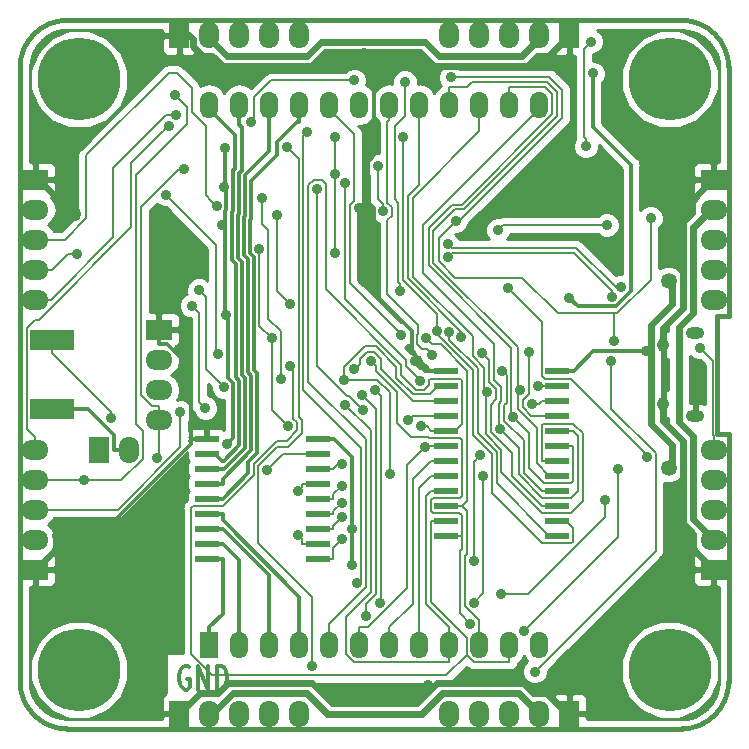
<source format=gbr>
%TF.GenerationSoftware,KiCad,Pcbnew,5.0.1-33cea8e~68~ubuntu16.04.1*%
%TF.CreationDate,2018-11-19T21:37:36+01:00*%
%TF.ProjectId,bcl4v2,62636C3476322E6B696361645F706362,rev?*%
%TF.SameCoordinates,Original*%
%TF.FileFunction,Copper,L1,Top,Signal*%
%TF.FilePolarity,Positive*%
%FSLAX46Y46*%
G04 Gerber Fmt 4.6, Leading zero omitted, Abs format (unit mm)*
G04 Created by KiCad (PCBNEW 5.0.1-33cea8e~68~ubuntu16.04.1) date Po 19. listopad 2018, 21:37:36 CET*
%MOMM*%
%LPD*%
G01*
G04 APERTURE LIST*
%ADD10C,0.304800*%
%ADD11C,0.381000*%
%ADD12O,1.524000X2.286000*%
%ADD13R,1.524000X2.286000*%
%ADD14R,2.300000X1.700000*%
%ADD15O,2.300000X1.700000*%
%ADD16O,0.950000X1.250000*%
%ADD17O,1.550000X1.000000*%
%ADD18C,7.000000*%
%ADD19R,1.700000X2.300000*%
%ADD20O,1.700000X2.300000*%
%ADD21R,3.700780X1.699260*%
%ADD22R,2.000000X0.600000*%
%ADD23C,0.889000*%
%ADD24C,1.346200*%
%ADD25C,0.609600*%
%ADD26C,0.203200*%
%ADD27C,0.200000*%
%ADD28C,0.254000*%
G04 APERTURE END LIST*
D10*
X84338857Y-124734000D02*
X84193714Y-124637238D01*
X83976000Y-124637238D01*
X83758285Y-124734000D01*
X83613142Y-124927523D01*
X83540571Y-125121047D01*
X83468000Y-125508095D01*
X83468000Y-125798380D01*
X83540571Y-126185428D01*
X83613142Y-126378952D01*
X83758285Y-126572476D01*
X83976000Y-126669238D01*
X84121142Y-126669238D01*
X84338857Y-126572476D01*
X84411428Y-126475714D01*
X84411428Y-125798380D01*
X84121142Y-125798380D01*
X85064571Y-126669238D02*
X85064571Y-124637238D01*
X85935428Y-126669238D01*
X85935428Y-124637238D01*
X86661142Y-126669238D02*
X86661142Y-124637238D01*
X87024000Y-124637238D01*
X87241714Y-124734000D01*
X87386857Y-124927523D01*
X87459428Y-125121047D01*
X87532000Y-125508095D01*
X87532000Y-125798380D01*
X87459428Y-126185428D01*
X87386857Y-126378952D01*
X87241714Y-126572476D01*
X87024000Y-126669238D01*
X86661142Y-126669238D01*
D11*
X129000000Y-105000000D02*
X130000000Y-105000000D01*
X129000000Y-95000000D02*
X129000000Y-105000000D01*
X130000000Y-95000000D02*
X129000000Y-95000000D01*
X74000000Y-70000000D02*
X126000000Y-70000000D01*
X70000000Y-126000000D02*
X70000000Y-74000000D01*
X126000000Y-130000000D02*
X74000000Y-130000000D01*
X130000000Y-105000000D02*
X130000000Y-126000000D01*
X126000000Y-130000000D02*
G75*
G03X130000000Y-126000000I0J4000000D01*
G01*
X70000000Y-126000000D02*
G75*
G03X74000000Y-130000000I4000000J0D01*
G01*
X74000000Y-70000000D02*
G75*
G03X70000000Y-74000000I0J-4000000D01*
G01*
X130000000Y-74000000D02*
X130000000Y-95000000D01*
X130000000Y-74000000D02*
G75*
G03X126000000Y-70000000I-4000000J0D01*
G01*
D12*
X86030000Y-77140000D03*
X88570000Y-77140000D03*
X113970000Y-77140000D03*
X111430000Y-77140000D03*
X113970000Y-122860000D03*
X111430000Y-122860000D03*
X91110000Y-122860000D03*
X88570000Y-122860000D03*
D13*
X86030000Y-122860000D03*
D12*
X93650000Y-122860000D03*
X103810000Y-122860000D03*
X96190000Y-122860000D03*
X101270000Y-122860000D03*
X98730000Y-122860000D03*
X108890000Y-122860000D03*
X106350000Y-122860000D03*
X108890000Y-77140000D03*
X106350000Y-77140000D03*
X103810000Y-77140000D03*
X101270000Y-77140000D03*
X98730000Y-77140000D03*
X96190000Y-77140000D03*
X93650000Y-77140000D03*
X91110000Y-77140000D03*
D14*
X81730000Y-96200000D03*
D15*
X81730000Y-98740000D03*
X81730000Y-101280000D03*
X81730000Y-103820000D03*
D16*
X124450000Y-97500000D03*
X124450000Y-102500000D03*
D17*
X127150000Y-96500000D03*
X127150000Y-103500000D03*
D18*
X75000000Y-125000000D03*
X75000000Y-75000000D03*
X125000000Y-75000000D03*
X125000000Y-125000000D03*
D19*
X83490000Y-71270000D03*
D20*
X86030000Y-71270000D03*
X88570000Y-71270000D03*
X91110000Y-71270000D03*
X93650000Y-71270000D03*
D19*
X116510000Y-71270000D03*
D20*
X113970000Y-71270000D03*
X111430000Y-71270000D03*
X108890000Y-71270000D03*
X106350000Y-71270000D03*
D19*
X116510000Y-128730000D03*
D20*
X113970000Y-128730000D03*
X111430000Y-128730000D03*
X108890000Y-128730000D03*
X106350000Y-128730000D03*
D19*
X83490000Y-128730000D03*
D20*
X86030000Y-128730000D03*
X88570000Y-128730000D03*
X91110000Y-128730000D03*
X93650000Y-128730000D03*
D14*
X71270000Y-116510000D03*
D15*
X71270000Y-113970000D03*
X71270000Y-111430000D03*
X71270000Y-108890000D03*
X71270000Y-106350000D03*
D14*
X71270000Y-83490000D03*
D15*
X71270000Y-86030000D03*
X71270000Y-88570000D03*
X71270000Y-91110000D03*
X71270000Y-93650000D03*
D14*
X128730000Y-83490000D03*
D15*
X128730000Y-86030000D03*
X128730000Y-88570000D03*
X128730000Y-91110000D03*
X128730000Y-93650000D03*
D14*
X128730000Y-116510000D03*
D15*
X128730000Y-113970000D03*
X128730000Y-111430000D03*
X128730000Y-108890000D03*
X128730000Y-106350000D03*
D19*
X76650000Y-106350000D03*
D20*
X79190000Y-106350000D03*
D21*
X72700000Y-102948940D03*
X72700000Y-97051060D03*
D22*
X85800000Y-115580000D03*
X85800000Y-114310000D03*
X85800000Y-113040000D03*
X85800000Y-111770000D03*
X85800000Y-110500000D03*
X85800000Y-109230000D03*
X85800000Y-107960000D03*
X85800000Y-106690000D03*
X85800000Y-105420000D03*
X95200000Y-105420000D03*
X95200000Y-106690000D03*
X95200000Y-107960000D03*
X95200000Y-109230000D03*
X95200000Y-110500000D03*
X95200000Y-111770000D03*
X95200000Y-113040000D03*
X95200000Y-114310000D03*
X95200000Y-115580000D03*
X115500000Y-99690000D03*
X115500000Y-100960000D03*
X115500000Y-102230000D03*
X115500000Y-103500000D03*
X115500000Y-104770000D03*
X115500000Y-106040000D03*
X115500000Y-107310000D03*
X115500000Y-108580000D03*
X115500000Y-109850000D03*
X115500000Y-111120000D03*
X115500000Y-112390000D03*
X115500000Y-113660000D03*
X106100000Y-113660000D03*
X106100000Y-112390000D03*
X106100000Y-111120000D03*
X106100000Y-109850000D03*
X106100000Y-108580000D03*
X106100000Y-107310000D03*
X106100000Y-106040000D03*
X106100000Y-104770000D03*
X106100000Y-103500000D03*
X106100000Y-102230000D03*
X106100000Y-100960000D03*
X106100000Y-99690000D03*
D23*
X98663000Y-85935200D03*
X125523500Y-85468900D03*
X99099400Y-72812600D03*
X104497000Y-126322000D03*
D24*
X73400000Y-113700000D03*
D23*
X119671000Y-120829000D03*
X103408787Y-98846702D03*
D24*
X74471092Y-86371092D03*
D23*
X100723300Y-86171900D03*
X100265228Y-82353112D03*
X83877700Y-82554400D03*
X81571900Y-107074000D03*
X98096700Y-116089500D03*
X98096700Y-113038700D03*
D24*
X124900000Y-107900000D03*
X124900000Y-92100000D03*
D23*
X123000000Y-98000000D03*
X87504400Y-105892900D03*
X87248400Y-84148200D03*
X87459400Y-94942800D03*
X87132800Y-87296800D03*
X87335300Y-80824800D03*
X116500000Y-93501800D03*
X118500000Y-74500000D03*
X106903300Y-86984000D03*
X123397800Y-86751200D03*
X113575700Y-125144500D03*
X120054500Y-98815600D03*
X120315100Y-97160100D03*
X106443600Y-74829800D03*
X74847400Y-89753400D03*
X110676000Y-118612200D03*
X119536400Y-110588000D03*
X75376600Y-108947600D03*
X83100008Y-76300000D03*
X118355000Y-71805000D03*
X117900000Y-80684400D03*
X91720500Y-86522000D03*
X92832300Y-94037100D03*
X102146600Y-92942800D03*
X102570700Y-75222600D03*
X109189500Y-108607400D03*
X108418400Y-119304800D03*
X82330700Y-84767600D03*
X86794500Y-98273200D03*
X77701200Y-103670800D03*
X120619500Y-107982700D03*
X112687200Y-121715500D03*
X82568793Y-78954330D03*
X89511900Y-78648300D03*
X98280100Y-75098500D03*
X94284400Y-79489800D03*
X98538500Y-117677800D03*
X92568000Y-80710000D03*
X94749600Y-124706100D03*
X90500800Y-85019200D03*
X92107500Y-100414700D03*
X83545900Y-103168000D03*
X86640300Y-85714900D03*
X127541000Y-97719000D03*
X96622800Y-89712200D03*
X96674800Y-83036600D03*
X96656100Y-79896500D03*
X83200000Y-77999994D03*
X110482700Y-87758100D03*
X119679800Y-87350000D03*
X111348500Y-92666200D03*
X123052400Y-106993200D03*
X102849900Y-103878100D03*
X84516000Y-94168500D03*
X85689800Y-102846600D03*
X85148800Y-92858900D03*
X87226000Y-101052700D03*
X98298800Y-99543500D03*
X106200000Y-88930500D03*
X120903000Y-92597300D03*
X106200000Y-90069500D03*
X120097000Y-93402700D03*
X110596600Y-104576700D03*
X111754900Y-103614700D03*
X108112800Y-121090400D03*
X99722900Y-98846000D03*
X92832300Y-99300500D03*
X106346605Y-96424565D03*
X102247742Y-96620744D03*
X102455721Y-79887300D03*
X105263669Y-96282522D03*
X109119700Y-98185900D03*
X104900000Y-98300000D03*
X110843100Y-99725000D03*
X107351818Y-96851734D03*
X112342400Y-101331300D03*
X109523600Y-101502800D03*
X97551000Y-102538300D03*
X104392269Y-96940996D03*
X104299400Y-106106200D03*
X98931300Y-101753300D03*
X99297100Y-120459400D03*
X103907600Y-104394200D03*
X100041000Y-101343300D03*
X100448600Y-119309500D03*
X108396300Y-115804000D03*
X108976800Y-106803100D03*
X113841700Y-100960000D03*
X97485200Y-83792800D03*
X103862302Y-100514636D03*
X95179400Y-84275900D03*
X99047900Y-102975000D03*
X113340400Y-102466300D03*
X92706300Y-104353500D03*
X91357900Y-96944200D03*
X113092000Y-98118000D03*
X90258600Y-89366800D03*
X101284400Y-108384200D03*
X97429000Y-100441900D03*
X90924700Y-108043500D03*
X97221800Y-107579400D03*
X93569600Y-109821900D03*
X97230500Y-109420700D03*
X97253400Y-110833900D03*
X97266900Y-112096300D03*
X93546200Y-113560700D03*
X97228600Y-113925900D03*
D10*
X99922900Y-85935200D02*
X98663000Y-85935200D01*
D25*
X83490000Y-71270000D02*
X84270000Y-71270000D01*
X84270000Y-71270000D02*
X84600000Y-71600000D01*
X84600000Y-71600000D02*
X84600000Y-72200000D01*
X84600000Y-72200000D02*
X85400000Y-73000000D01*
X85400000Y-73000000D02*
X86278700Y-73000000D01*
X86278700Y-73000000D02*
X87142300Y-73863600D01*
X87142300Y-73863600D02*
X94657700Y-73863600D01*
X94657700Y-73863600D02*
X95857700Y-72663600D01*
X95857700Y-72663600D02*
X98950400Y-72663600D01*
D10*
X126900000Y-85702500D02*
X125757100Y-85702500D01*
X125757100Y-85702500D02*
X125523500Y-85468900D01*
D25*
X126900000Y-85702500D02*
X126900000Y-86300000D01*
X126900000Y-86300000D02*
X126136000Y-87063600D01*
X126136000Y-87063600D02*
X126136000Y-94363600D01*
X126136000Y-94363600D02*
X124450000Y-96050000D01*
X124450000Y-96050000D02*
X124450000Y-97500000D01*
X128730000Y-83490000D02*
X128610000Y-83490000D01*
X128610000Y-83490000D02*
X126986000Y-85113700D01*
X126986000Y-85113700D02*
X126900000Y-85200000D01*
X126900000Y-85200000D02*
X126900000Y-85702500D01*
D10*
X84444100Y-105420000D02*
X84444100Y-99441700D01*
X84444100Y-99441700D02*
X82408300Y-97405900D01*
X82408300Y-97405900D02*
X81730000Y-97405900D01*
D25*
X100000000Y-72663600D02*
X103864000Y-72663600D01*
X103864000Y-72663600D02*
X105064000Y-73863600D01*
X105064000Y-73863600D02*
X112936000Y-73863600D01*
X112936000Y-73863600D02*
X113800000Y-73000000D01*
X113800000Y-73000000D02*
X114780000Y-73000000D01*
X114780000Y-73000000D02*
X116510000Y-71270000D01*
X98950400Y-72663600D02*
X100000000Y-72663600D01*
D10*
X73400000Y-113700000D02*
X76657800Y-113700000D01*
X76657800Y-113700000D02*
X84444100Y-105913700D01*
X84444100Y-105913700D02*
X84444100Y-105420000D01*
X81730000Y-96200000D02*
X81730000Y-97405900D01*
X85800000Y-105420000D02*
X84444100Y-105420000D01*
D25*
X124450000Y-102500000D02*
X124450000Y-103950000D01*
X124450000Y-103950000D02*
X126136000Y-105636000D01*
X126136000Y-105636000D02*
X126136000Y-112598000D01*
X126136000Y-112598000D02*
X127000000Y-113461000D01*
X127000000Y-113461000D02*
X127000000Y-114780000D01*
X127000000Y-114780000D02*
X128730000Y-116510000D01*
D10*
X98950400Y-72663600D02*
X99099400Y-72812600D01*
X104987000Y-126413000D02*
X104896000Y-126322000D01*
X104896000Y-126322000D02*
X104497000Y-126322000D01*
D25*
X104987000Y-126413000D02*
X103600000Y-127800000D01*
X103600000Y-127800000D02*
X96400000Y-127800000D01*
X96400000Y-127800000D02*
X94736400Y-126136000D01*
X94736400Y-126136000D02*
X87642300Y-126136000D01*
X87642300Y-126136000D02*
X86778700Y-127000000D01*
X86778700Y-127000000D02*
X85220000Y-127000000D01*
X85220000Y-127000000D02*
X83490000Y-128730000D01*
X116510000Y-128730000D02*
X116330000Y-128730000D01*
X116330000Y-128730000D02*
X114600000Y-127000000D01*
X114600000Y-127000000D02*
X113461000Y-127000000D01*
X113461000Y-127000000D02*
X112598000Y-126136000D01*
X112598000Y-126136000D02*
X105264000Y-126136000D01*
X105264000Y-126136000D02*
X104987000Y-126413000D01*
X116510000Y-71270000D02*
X116510000Y-71490000D01*
X83490000Y-128730000D02*
X83490000Y-128510000D01*
X73400000Y-113700000D02*
X73000000Y-114100000D01*
X73000000Y-114100000D02*
X73000000Y-114780000D01*
X73000000Y-114780000D02*
X71270000Y-116510000D01*
D10*
X119671000Y-120829000D02*
X121371000Y-120829000D01*
X121371000Y-120829000D02*
X125690000Y-116510000D01*
X125690000Y-116510000D02*
X128730000Y-116510000D01*
X99465127Y-85477427D02*
X99465127Y-81969063D01*
X100000000Y-81434190D02*
X100000000Y-72663600D01*
X99922900Y-85935200D02*
X99465127Y-85477427D01*
X99465127Y-81969063D02*
X100000000Y-81434190D01*
X103853286Y-99291201D02*
X103408787Y-98846702D01*
X104252085Y-99690000D02*
X103853286Y-99291201D01*
X106100000Y-99690000D02*
X104252085Y-99690000D01*
X99922900Y-93055071D02*
X103142789Y-96274960D01*
X103142789Y-96274960D02*
X103142789Y-97952087D01*
X103408787Y-98218085D02*
X103408787Y-98846702D01*
X103142789Y-97952087D02*
X103408787Y-98218085D01*
X99922900Y-85935200D02*
X99922900Y-93055071D01*
D25*
X74451092Y-86371092D02*
X74471092Y-86371092D01*
X71570000Y-83490000D02*
X74451092Y-86371092D01*
X71270000Y-83490000D02*
X71570000Y-83490000D01*
D26*
X100723300Y-85598051D02*
X100265228Y-85139979D01*
X100265228Y-85139979D02*
X100265228Y-82981729D01*
X100723300Y-86171900D02*
X100723300Y-85598051D01*
X100265228Y-82981729D02*
X100265228Y-82353112D01*
X81730000Y-103820000D02*
X81730000Y-102664900D01*
X83877700Y-82554400D02*
X83476400Y-82554400D01*
X83476400Y-82554400D02*
X80245500Y-85785300D01*
X80245500Y-85785300D02*
X80245500Y-101764400D01*
X80245500Y-101764400D02*
X81146000Y-102664900D01*
X81146000Y-102664900D02*
X81730000Y-102664900D01*
X81730000Y-103820000D02*
X81730000Y-106915900D01*
X81730000Y-106915900D02*
X81571900Y-107074000D01*
D10*
X98096700Y-113038700D02*
X98096700Y-116089500D01*
X96555900Y-105420000D02*
X98096700Y-106960800D01*
X98096700Y-106960800D02*
X98096700Y-113038700D01*
X115500000Y-99690000D02*
X116855900Y-99690000D01*
X123000000Y-98000000D02*
X118545900Y-98000000D01*
X118545900Y-98000000D02*
X116855900Y-99690000D01*
X95200000Y-105420000D02*
X96555900Y-105420000D01*
D25*
X123400000Y-97600000D02*
X123400000Y-104200000D01*
X123400000Y-104200000D02*
X125200000Y-106000000D01*
X125200000Y-106000000D02*
X125200000Y-107600000D01*
X125200000Y-107600000D02*
X124900000Y-107900000D01*
X123400000Y-97500000D02*
X123400000Y-97600000D01*
X124900000Y-92100000D02*
X125200000Y-92400000D01*
X125200000Y-92400000D02*
X125200000Y-94000000D01*
X125200000Y-94000000D02*
X123400000Y-95800000D01*
X123400000Y-95800000D02*
X123400000Y-97500000D01*
D10*
X123000000Y-98000000D02*
X123400000Y-97600000D01*
X123400000Y-97600000D02*
X123500000Y-97500000D01*
X123500000Y-97500000D02*
X123400000Y-97500000D01*
X87504400Y-105892900D02*
X88026400Y-105370900D01*
X88026400Y-105370900D02*
X88026400Y-100721200D01*
X88026400Y-100721200D02*
X87594900Y-100289700D01*
X87594900Y-100289700D02*
X87594900Y-95078300D01*
X87594900Y-95078300D02*
X87459400Y-94942800D01*
X87335300Y-84148200D02*
X87440700Y-84253600D01*
X87440700Y-84253600D02*
X87440700Y-86046500D01*
X87440700Y-86046500D02*
X87335300Y-86151900D01*
X87335300Y-86151900D02*
X87335300Y-87296800D01*
X87335300Y-80824800D02*
X87335300Y-84148200D01*
X87335300Y-84148200D02*
X87248400Y-84148200D01*
X87335300Y-87296800D02*
X87132800Y-87296800D01*
X87335300Y-87296800D02*
X87335300Y-94818700D01*
X87335300Y-94818700D02*
X87459400Y-94942800D01*
X121739300Y-92895000D02*
X120415500Y-94218800D01*
X120415500Y-94218800D02*
X117217000Y-94218800D01*
X117217000Y-94218800D02*
X116500000Y-93501800D01*
X72700000Y-102948900D02*
X74906300Y-102948900D01*
X79190000Y-106350000D02*
X77984100Y-106350000D01*
X77984100Y-106350000D02*
X77984100Y-105144100D01*
X77984100Y-105144100D02*
X75788900Y-102948900D01*
X75788900Y-102948900D02*
X74906300Y-102948900D01*
X118500000Y-74500000D02*
X118500000Y-79000000D01*
X121739300Y-82239300D02*
X121739300Y-92895000D01*
X118500000Y-79000000D02*
X121739300Y-82239300D01*
D25*
X128730000Y-86030000D02*
X128470000Y-86030000D01*
X128470000Y-86030000D02*
X127000000Y-87500000D01*
X127000000Y-87500000D02*
X127000000Y-94800000D01*
X127000000Y-94800000D02*
X125800000Y-96000000D01*
X125800000Y-96000000D02*
X125800000Y-104000000D01*
X125800000Y-104000000D02*
X127000000Y-105200000D01*
X127000000Y-105200000D02*
X127000000Y-112240000D01*
X127000000Y-112240000D02*
X128730000Y-113970000D01*
X86030000Y-128730000D02*
X86030000Y-128470000D01*
X86030000Y-71270000D02*
X86030000Y-71530000D01*
X86030000Y-71530000D02*
X87500000Y-73000000D01*
X87500000Y-73000000D02*
X94300000Y-73000000D01*
X94300000Y-73000000D02*
X95500000Y-71800000D01*
X95500000Y-71800000D02*
X104300000Y-71800000D01*
X104300000Y-71800000D02*
X105500000Y-73000000D01*
X105500000Y-73000000D02*
X112500000Y-73000000D01*
X112500000Y-73000000D02*
X113970000Y-71530000D01*
X113970000Y-71530000D02*
X113970000Y-71270000D01*
X86030000Y-128730000D02*
X86270000Y-128730000D01*
X86270000Y-128730000D02*
X88000000Y-127000000D01*
X88000000Y-127000000D02*
X94300000Y-127000000D01*
X94300000Y-127000000D02*
X96000000Y-128700000D01*
X96000000Y-128700000D02*
X104000000Y-128700000D01*
X104000000Y-128700000D02*
X105700000Y-127000000D01*
X105700000Y-127000000D02*
X112240000Y-127000000D01*
X112240000Y-127000000D02*
X113970000Y-128730000D01*
D26*
X106903300Y-86984000D02*
X107202800Y-86984000D01*
X107202800Y-86984000D02*
X115887900Y-78298900D01*
X115887900Y-78298900D02*
X115887900Y-75895000D01*
X115887900Y-75895000D02*
X114822700Y-74829800D01*
X114822700Y-74829800D02*
X106443600Y-74829800D01*
X120315100Y-94815000D02*
X115539000Y-94815000D01*
X115539000Y-94815000D02*
X112511500Y-91787500D01*
X112511500Y-91787500D02*
X106836000Y-91787500D01*
X106836000Y-91787500D02*
X105450300Y-90401800D01*
X105450300Y-90401800D02*
X105450300Y-88437000D01*
X105450300Y-88437000D02*
X106903300Y-86984000D01*
X120315100Y-94815000D02*
X120534100Y-94815000D01*
X120534100Y-94815000D02*
X123397800Y-91951300D01*
X123397800Y-91951300D02*
X123397800Y-86751200D01*
X113575700Y-125144500D02*
X123814800Y-114905400D01*
X123814800Y-114905400D02*
X123814800Y-106659500D01*
X123814800Y-106659500D02*
X120054500Y-102899200D01*
X120054500Y-102899200D02*
X120054500Y-98815600D01*
X72725100Y-91110000D02*
X74081700Y-89753400D01*
X74081700Y-89753400D02*
X74847400Y-89753400D01*
X120315100Y-94815000D02*
X120315100Y-97160100D01*
X71270000Y-91110000D02*
X72725100Y-91110000D01*
X72725100Y-108890000D02*
X72782700Y-108947600D01*
X72782700Y-108947600D02*
X75376600Y-108947600D01*
X119536400Y-110588000D02*
X119536400Y-112053900D01*
X119536400Y-112053900D02*
X112978100Y-118612200D01*
X112978100Y-118612200D02*
X110676000Y-118612200D01*
X71270000Y-108890000D02*
X72725100Y-108890000D01*
X80394100Y-104753000D02*
X79838700Y-104197600D01*
X80394100Y-107109000D02*
X80394100Y-104753000D01*
X79838700Y-83070268D02*
X84149302Y-78759666D01*
X84149302Y-78759666D02*
X84149302Y-77349294D01*
X78555500Y-108947600D02*
X80394100Y-107109000D01*
X84149302Y-77349294D02*
X83544507Y-76744499D01*
X75376600Y-108947600D02*
X78555500Y-108947600D01*
X83544507Y-76744499D02*
X83100008Y-76300000D01*
X79838700Y-104197600D02*
X79838700Y-83070268D01*
X117750699Y-79906482D02*
X117900000Y-80055783D01*
X118355000Y-71805000D02*
X117750699Y-72409301D01*
X117750699Y-72409301D02*
X117750699Y-79906482D01*
X117900000Y-80055783D02*
X117900000Y-80684400D01*
X91720500Y-86522000D02*
X91720500Y-92925300D01*
X91720500Y-92925300D02*
X92832300Y-94037100D01*
X101702101Y-85127351D02*
X102006409Y-85431659D01*
X101702101Y-78977899D02*
X101702101Y-85127351D01*
X102006409Y-92173992D02*
X102146600Y-92314183D01*
X102570700Y-75222600D02*
X102570700Y-78109300D01*
X102570700Y-78109300D02*
X101702101Y-78977899D01*
X102006409Y-85431659D02*
X102006409Y-92173992D01*
X102146600Y-92314183D02*
X102146600Y-92942800D01*
X82330700Y-84767600D02*
X86591000Y-89027900D01*
X86591000Y-89027900D02*
X86591000Y-98069700D01*
X86591000Y-98069700D02*
X86794500Y-98273200D01*
X108418400Y-119304800D02*
X109189500Y-118533700D01*
X109189500Y-118533700D02*
X109189500Y-108607400D01*
D10*
X87155900Y-107960000D02*
X87288400Y-107960000D01*
X87288400Y-107960000D02*
X89043000Y-106205400D01*
X89043000Y-106205400D02*
X89043000Y-100300100D01*
X89043000Y-100300100D02*
X88770400Y-100027500D01*
X88770400Y-100027500D02*
X88770400Y-90448100D01*
X88770400Y-90448100D02*
X88441600Y-90119300D01*
X88441600Y-90119300D02*
X88441600Y-86483200D01*
X88441600Y-86483200D02*
X88557100Y-86367700D01*
X88557100Y-86367700D02*
X88557100Y-82930900D01*
X88557100Y-82930900D02*
X88759900Y-82728100D01*
X88759900Y-82728100D02*
X88759900Y-79028100D01*
X88759900Y-79028100D02*
X88570000Y-78838200D01*
X88570000Y-78838200D02*
X88570000Y-78638900D01*
X88570000Y-77140000D02*
X88570000Y-78638900D01*
X85800000Y-107960000D02*
X87155900Y-107960000D01*
X87155900Y-110500000D02*
X89310900Y-108345000D01*
X89310900Y-108345000D02*
X89310900Y-107375000D01*
X89310900Y-107375000D02*
X90059600Y-106626300D01*
X90059600Y-106626300D02*
X90059600Y-99879100D01*
X90059600Y-99879100D02*
X89792500Y-99612000D01*
X89792500Y-99612000D02*
X89792500Y-90032600D01*
X89792500Y-90032600D02*
X89458200Y-89698300D01*
X89458200Y-89698300D02*
X89458200Y-86904200D01*
X89458200Y-86904200D02*
X89573700Y-86788700D01*
X89573700Y-86788700D02*
X89573700Y-83605900D01*
X89573700Y-83605900D02*
X91767500Y-81412100D01*
X91767500Y-81412100D02*
X91767500Y-80334000D01*
X91767500Y-80334000D02*
X93462600Y-78638900D01*
X93462600Y-78638900D02*
X93650000Y-78638900D01*
X85800000Y-110500000D02*
X87155900Y-110500000D01*
X93650000Y-77140000D02*
X93650000Y-78638900D01*
X88534700Y-105994900D02*
X88534700Y-100510600D01*
X88534700Y-100510600D02*
X88259800Y-100235700D01*
X88048800Y-86157200D02*
X88048800Y-82720400D01*
X87933300Y-90329800D02*
X87933300Y-86272700D01*
X88187400Y-79678400D02*
X86030000Y-77521000D01*
X88187400Y-82581800D02*
X88187400Y-79678400D01*
X87104800Y-107294800D02*
X87234800Y-107294800D01*
X86030000Y-77521000D02*
X86030000Y-77140000D01*
X87933300Y-86272700D02*
X88048800Y-86157200D01*
X85800000Y-106690000D02*
X86500000Y-106690000D01*
X86500000Y-106690000D02*
X87104800Y-107294800D01*
X88048800Y-82720400D02*
X88187400Y-82581800D01*
X88259800Y-90656300D02*
X87933300Y-90329800D01*
X88259800Y-100235700D02*
X88259800Y-90656300D01*
X87234800Y-107294800D02*
X88534700Y-105994900D01*
X87155900Y-113040000D02*
X91110000Y-116994100D01*
X91110000Y-116994100D02*
X91110000Y-122860000D01*
X85800000Y-113040000D02*
X87155900Y-113040000D01*
X87155900Y-109230000D02*
X87155900Y-108811200D01*
X87155900Y-108811200D02*
X89551300Y-106415800D01*
X89551300Y-106415800D02*
X89551300Y-100089600D01*
X89551300Y-100089600D02*
X89278800Y-99817100D01*
X89278800Y-99817100D02*
X89278800Y-90237700D01*
X89278800Y-90237700D02*
X88949900Y-89908800D01*
X88949900Y-89908800D02*
X88949900Y-86693700D01*
X88949900Y-86693700D02*
X89065400Y-86578200D01*
X89065400Y-86578200D02*
X89065400Y-83141400D01*
X89065400Y-83141400D02*
X91110000Y-81096800D01*
X91110000Y-81096800D02*
X91110000Y-78638900D01*
X85800000Y-109230000D02*
X87155900Y-109230000D01*
X91110000Y-77140000D02*
X91110000Y-78638900D01*
X86030000Y-122860000D02*
X86030000Y-121361100D01*
X85800000Y-115580000D02*
X87155900Y-115580000D01*
X86030000Y-121361100D02*
X87155900Y-120235200D01*
X87155900Y-120235200D02*
X87155900Y-115580000D01*
X87155900Y-114310000D02*
X88570000Y-115724100D01*
X88570000Y-115724100D02*
X88570000Y-122860000D01*
X85800000Y-114310000D02*
X87155900Y-114310000D01*
X85800000Y-111770000D02*
X87155900Y-111770000D01*
X93650000Y-122860000D02*
X93650000Y-118815100D01*
X93650000Y-118815100D02*
X87155900Y-112321000D01*
X87155900Y-112321000D02*
X87155900Y-111770000D01*
D26*
X72700000Y-98205800D02*
X77701200Y-103207000D01*
X77701200Y-103207000D02*
X77701200Y-103670800D01*
X72700000Y-97051100D02*
X72700000Y-98205800D01*
X112687200Y-121715500D02*
X120619500Y-113783200D01*
X120619500Y-113783200D02*
X120619500Y-107982700D01*
X71270000Y-106350000D02*
X71270000Y-105296800D01*
X70544400Y-96073800D02*
X71258700Y-95359500D01*
X82124294Y-79398829D02*
X82568793Y-78954330D01*
X71567600Y-95359500D02*
X79431900Y-87495200D01*
X79431900Y-82091223D02*
X82124294Y-79398829D01*
X70544400Y-104571200D02*
X70544400Y-96073800D01*
X71258700Y-95359500D02*
X71567600Y-95359500D01*
X79431900Y-87495200D02*
X79431900Y-82091223D01*
X71270000Y-105296800D02*
X70544400Y-104571200D01*
X98280100Y-75098500D02*
X91257400Y-75098500D01*
X91257400Y-75098500D02*
X89840100Y-76515800D01*
X89840100Y-76515800D02*
X89840100Y-78320100D01*
X89840100Y-78320100D02*
X89511900Y-78648300D01*
X98538500Y-117677800D02*
X98862500Y-117353800D01*
X98862500Y-117353800D02*
X98862500Y-106212200D01*
X98862500Y-106212200D02*
X93988700Y-101338400D01*
X93988700Y-101338400D02*
X93988700Y-79785500D01*
X93988700Y-79785500D02*
X94284400Y-79489800D01*
X92568000Y-80710000D02*
X93582000Y-81724000D01*
X93582000Y-81724000D02*
X93582000Y-103593800D01*
X93582000Y-103593800D02*
X93862600Y-103874400D01*
X93862600Y-103874400D02*
X93862600Y-104974300D01*
X93862600Y-104974300D02*
X92693500Y-106143400D01*
X92693500Y-106143400D02*
X91764700Y-106143400D01*
X91764700Y-106143400D02*
X90175100Y-107733000D01*
X90175100Y-107733000D02*
X90175100Y-114255700D01*
X90175100Y-114255700D02*
X94749600Y-118830200D01*
X94749600Y-118830200D02*
X94749600Y-124706100D01*
X71270000Y-111430000D02*
X78280600Y-111430000D01*
X78280600Y-111430000D02*
X83545900Y-106164700D01*
X83545900Y-106164700D02*
X83545900Y-103168000D01*
X90500800Y-85019200D02*
X90500800Y-87261300D01*
X90500800Y-87261300D02*
X91031800Y-87792300D01*
X91031800Y-87792300D02*
X91031800Y-95255400D01*
X91031800Y-95255400D02*
X92107500Y-96331100D01*
X92107500Y-96331100D02*
X92107500Y-98965200D01*
X92107500Y-98965200D02*
X92082700Y-98990000D01*
X92082700Y-98990000D02*
X92082700Y-100389900D01*
X92082700Y-100389900D02*
X92107500Y-100414700D01*
X84555713Y-77805713D02*
X85737300Y-78987300D01*
X71270000Y-88570000D02*
X73794662Y-88570000D01*
X75597100Y-81445722D02*
X82581395Y-74461427D01*
X85737300Y-84811900D02*
X86195801Y-85270401D01*
X75597100Y-86767562D02*
X75597100Y-81445722D01*
X82581395Y-74461427D02*
X83261427Y-74461427D01*
X86195801Y-85270401D02*
X86640300Y-85714900D01*
X73794662Y-88570000D02*
X75597100Y-86767562D01*
X83261427Y-74461427D02*
X84555713Y-75755713D01*
X85737300Y-78987300D02*
X85737300Y-84811900D01*
X84555713Y-75755713D02*
X84555713Y-77805713D01*
X128730000Y-106350000D02*
X128730000Y-105194900D01*
X128730000Y-105194900D02*
X128684800Y-105149700D01*
X128684800Y-105149700D02*
X128684800Y-98862800D01*
X128684800Y-98862800D02*
X127541000Y-97719000D01*
X96674800Y-83036600D02*
X96674800Y-89660200D01*
X96674800Y-89660200D02*
X96622800Y-89712200D01*
X96656100Y-79896500D02*
X96674800Y-79915200D01*
X96674800Y-79915200D02*
X96674800Y-83036600D01*
X72623200Y-93650000D02*
X77894000Y-88379200D01*
X82371387Y-77999994D02*
X82571383Y-77999994D01*
X82571383Y-77999994D02*
X83200000Y-77999994D01*
X77894000Y-82477381D02*
X82371387Y-77999994D01*
X77894000Y-88379200D02*
X77894000Y-82477381D01*
X71270000Y-93650000D02*
X72623200Y-93650000D01*
X119679800Y-87350000D02*
X110890800Y-87350000D01*
X110890800Y-87350000D02*
X110482700Y-87758100D01*
X111348500Y-92666200D02*
X114190600Y-95508300D01*
X114190600Y-95508300D02*
X114190600Y-100134600D01*
X114190600Y-100134600D02*
X114410800Y-100354800D01*
X114410800Y-100354800D02*
X116626300Y-100354800D01*
X116626300Y-100354800D02*
X123052400Y-106780900D01*
X123052400Y-106780900D02*
X123052400Y-106993200D01*
X84516000Y-94168500D02*
X85171200Y-94823700D01*
X85171200Y-94823700D02*
X85171200Y-102328000D01*
X85171200Y-102328000D02*
X85689800Y-102846600D01*
X106100000Y-103500000D02*
X103228000Y-103500000D01*
X103228000Y-103500000D02*
X102849900Y-103878100D01*
X87226000Y-101052700D02*
X85708700Y-99535400D01*
X85708700Y-99535400D02*
X85708700Y-93418800D01*
X85708700Y-93418800D02*
X85148800Y-92858900D01*
X99395600Y-98063700D02*
X98743299Y-98716001D01*
X100000800Y-98063700D02*
X99395600Y-98063700D01*
X98743299Y-99099001D02*
X98298800Y-99543500D01*
X98743299Y-98716001D02*
X98743299Y-99099001D01*
X100581300Y-99557804D02*
X100581300Y-98644200D01*
X103253496Y-102230000D02*
X100581300Y-99557804D01*
X100581300Y-98644200D02*
X100000800Y-98063700D01*
X106100000Y-102230000D02*
X103253496Y-102230000D01*
D27*
X106200000Y-88930500D02*
X106544000Y-89275000D01*
X106544000Y-89275000D02*
X117093000Y-89275000D01*
X117093000Y-89275000D02*
X120416000Y-92597300D01*
X120416000Y-92597300D02*
X120903000Y-92597300D01*
X106200000Y-90069500D02*
X106544000Y-89725000D01*
X106544000Y-89725000D02*
X116907000Y-89725000D01*
X116907000Y-89725000D02*
X120097000Y-92915500D01*
X120097000Y-92915500D02*
X120097000Y-93402700D01*
D26*
X113970000Y-77140000D02*
X113970000Y-77493400D01*
X113970000Y-77493400D02*
X104111000Y-87352400D01*
X104111000Y-87352400D02*
X104111000Y-91399000D01*
X104111000Y-91399000D02*
X110093400Y-97381400D01*
X110093400Y-97381400D02*
X110093400Y-100437200D01*
X110093400Y-100437200D02*
X110715800Y-101059600D01*
X110715800Y-101059600D02*
X110715800Y-102261700D01*
X110715800Y-102261700D02*
X110525300Y-102452200D01*
X110525300Y-102452200D02*
X110525300Y-104505400D01*
X110525300Y-104505400D02*
X110596600Y-104576700D01*
X110596600Y-104576700D02*
X112218800Y-106198900D01*
X112218800Y-106198900D02*
X112218800Y-108449100D01*
X112218800Y-108449100D02*
X114224900Y-110455200D01*
X114224900Y-110455200D02*
X116648700Y-110455200D01*
X116648700Y-110455200D02*
X117211900Y-109892000D01*
X117211900Y-109892000D02*
X117211900Y-105176800D01*
X117211900Y-105176800D02*
X116805100Y-104770000D01*
X115500000Y-104770000D02*
X116805100Y-104770000D01*
X111430000Y-75691900D02*
X114478700Y-75691900D01*
X114478700Y-75691900D02*
X115061200Y-76274400D01*
X115061200Y-76274400D02*
X115061200Y-77968200D01*
X115061200Y-77968200D02*
X107415100Y-85614300D01*
X107415100Y-85614300D02*
X106601300Y-85614300D01*
X106601300Y-85614300D02*
X104588400Y-87627200D01*
X104588400Y-87627200D02*
X104588400Y-90726100D01*
X104588400Y-90726100D02*
X111592700Y-97730400D01*
X111592700Y-97730400D02*
X111592700Y-103452500D01*
X111592700Y-103452500D02*
X111754900Y-103614700D01*
X111754900Y-103614700D02*
X113098900Y-104958700D01*
X113098900Y-104958700D02*
X113098900Y-107912500D01*
X113098900Y-107912500D02*
X114371600Y-109185200D01*
X114371600Y-109185200D02*
X116662900Y-109185200D01*
X116662900Y-109185200D02*
X116805100Y-109043000D01*
X116805100Y-109043000D02*
X116805100Y-106040000D01*
X115500000Y-106040000D02*
X116805100Y-106040000D01*
X111430000Y-77140000D02*
X111430000Y-75691900D01*
X108112800Y-121090400D02*
X107208500Y-120186100D01*
X107208500Y-120186100D02*
X107208500Y-114929300D01*
X107208500Y-114929300D02*
X107405100Y-114732700D01*
X107405100Y-114732700D02*
X107405100Y-113660000D01*
X106100000Y-113660000D02*
X107405100Y-113660000D01*
X99722900Y-98846000D02*
X100167399Y-99290499D01*
X103106000Y-105272200D02*
X104525700Y-105272200D01*
X101911700Y-104077900D02*
X103106000Y-105272200D01*
X104973600Y-110455200D02*
X104794900Y-110633900D01*
X107405100Y-110276400D02*
X107226300Y-110455200D01*
X100167399Y-99290499D02*
X100167399Y-99718653D01*
X107405100Y-111929400D02*
X107405100Y-113660000D01*
X104525700Y-105272200D02*
X104658500Y-105405000D01*
X104794900Y-110633900D02*
X104794900Y-111546400D01*
X104658500Y-105405000D02*
X107233400Y-105405000D01*
X107226300Y-110455200D02*
X104973600Y-110455200D01*
X107233400Y-105405000D02*
X107405100Y-105576700D01*
X107405100Y-105576700D02*
X107405100Y-110276400D01*
X104794900Y-111546400D02*
X104973600Y-111725100D01*
X104973600Y-111725100D02*
X107200800Y-111725100D01*
X101911700Y-101462954D02*
X101911700Y-104077900D01*
X100167399Y-99718653D02*
X101911700Y-101462954D01*
X107200800Y-111725100D02*
X107405100Y-111929400D01*
X92832300Y-99300500D02*
X93148700Y-99616900D01*
X93148700Y-99616900D02*
X93148700Y-103735700D01*
X93148700Y-103735700D02*
X93455900Y-104042900D01*
X93455900Y-104042900D02*
X93455900Y-104733400D01*
X93455900Y-104733400D02*
X92605600Y-105583700D01*
X92605600Y-105583700D02*
X91749200Y-105583700D01*
X91749200Y-105583700D02*
X89768400Y-107564500D01*
X89768400Y-107564500D02*
X89768400Y-108543300D01*
X89768400Y-108543300D02*
X87206500Y-111105200D01*
X87206500Y-111105200D02*
X84664300Y-111105200D01*
X84664300Y-111105200D02*
X84494800Y-111274700D01*
X84494800Y-111274700D02*
X84494800Y-123661200D01*
X84494800Y-123661200D02*
X86289400Y-125455800D01*
X86289400Y-125455800D02*
X106089400Y-125455800D01*
X106089400Y-125455800D02*
X107822800Y-123722400D01*
X107822800Y-123722400D02*
X107822800Y-122301500D01*
X107822800Y-122301500D02*
X104794900Y-119273600D01*
X104794900Y-119273600D02*
X104794900Y-112390000D01*
X111430000Y-124308100D02*
X108408500Y-124308100D01*
X108408500Y-124308100D02*
X107822800Y-123722400D01*
X106100000Y-112390000D02*
X104794900Y-112390000D01*
X111430000Y-122860000D02*
X111430000Y-124308100D01*
X96190000Y-77140000D02*
X96190000Y-77521000D01*
X96190000Y-77521000D02*
X98271900Y-79602900D01*
X98271900Y-85266200D02*
X97913400Y-85624700D01*
X115500000Y-113660000D02*
X114800000Y-113660000D01*
X106346605Y-97049004D02*
X106346605Y-96424565D01*
X110345800Y-106536500D02*
X108774000Y-104964700D01*
X97913400Y-92286402D02*
X101803243Y-96176245D01*
X101803243Y-96176245D02*
X102247742Y-96620744D01*
X108774000Y-104964700D02*
X108774000Y-99476399D01*
X110345800Y-109205800D02*
X110345800Y-106536500D01*
X108774000Y-99476399D02*
X106346605Y-97049004D01*
X97913400Y-85624700D02*
X97913400Y-92286402D01*
X114800000Y-113660000D02*
X110345800Y-109205800D01*
X98271900Y-79602900D02*
X98271900Y-85266200D01*
X114207500Y-114273600D02*
X109939100Y-110005200D01*
X116805100Y-114152800D02*
X116684300Y-114273600D01*
X105263669Y-96540818D02*
X105263669Y-96282522D01*
X116684300Y-114273600D02*
X114207500Y-114273600D01*
X102455721Y-79887300D02*
X102455721Y-80515917D01*
X102455721Y-80515917D02*
X102412820Y-80558818D01*
X105263669Y-95653905D02*
X105263669Y-96282522D01*
X102412820Y-92001720D02*
X105263669Y-94852569D01*
X102412820Y-80558818D02*
X102412820Y-92001720D01*
X105263669Y-94852569D02*
X105263669Y-95653905D01*
X116200000Y-112390000D02*
X116805100Y-112995100D01*
X115500000Y-112390000D02*
X116200000Y-112390000D01*
X109939100Y-106705100D02*
X108367300Y-105133300D01*
X108367300Y-105133300D02*
X108367300Y-99644449D01*
X116805100Y-112995100D02*
X116805100Y-114152800D01*
X108367300Y-99644449D02*
X105263669Y-96540818D01*
X109939100Y-110005200D02*
X109939100Y-106705100D01*
X114194900Y-111120000D02*
X111632300Y-108557400D01*
X111632300Y-108557400D02*
X111632300Y-106672600D01*
X111632300Y-106672600D02*
X109846900Y-104887200D01*
X109846900Y-104887200D02*
X109846900Y-102555400D01*
X109846900Y-102555400D02*
X110306900Y-102095400D01*
X110306900Y-102095400D02*
X110306900Y-101226000D01*
X110306900Y-101226000D02*
X109686700Y-100605800D01*
X109686700Y-100605800D02*
X109686700Y-98752900D01*
X109686700Y-98752900D02*
X109119700Y-98185900D01*
X115500000Y-111120000D02*
X114194900Y-111120000D01*
X101100000Y-78656200D02*
X101270000Y-78486200D01*
X101100000Y-85439634D02*
X101100000Y-78656200D01*
X103642968Y-97442968D02*
X103642968Y-96581331D01*
X104055501Y-97855501D02*
X103642968Y-97442968D01*
X104900000Y-98300000D02*
X104455501Y-97855501D01*
X101100000Y-93200000D02*
X101100000Y-86904166D01*
X101270000Y-78486200D02*
X101270000Y-77140000D01*
X103642968Y-96581331D02*
X103700000Y-96524299D01*
X101472601Y-85812235D02*
X101100000Y-85439634D01*
X103700000Y-95800000D02*
X101100000Y-93200000D01*
X104455501Y-97855501D02*
X104055501Y-97855501D01*
X101100000Y-86904166D02*
X101472601Y-86531565D01*
X103700000Y-96524299D02*
X103700000Y-95800000D01*
X101472601Y-86531565D02*
X101472601Y-85812235D01*
X114194900Y-109850000D02*
X112648400Y-108303500D01*
X112648400Y-108303500D02*
X112648400Y-105568300D01*
X112648400Y-105568300D02*
X110989800Y-103909700D01*
X110989800Y-103909700D02*
X110989800Y-102562900D01*
X110989800Y-102562900D02*
X111186000Y-102366700D01*
X111186000Y-102366700D02*
X111186000Y-100067900D01*
X111186000Y-100067900D02*
X110843100Y-99725000D01*
X115500000Y-109850000D02*
X114194900Y-109850000D01*
X103810000Y-83914252D02*
X102819231Y-84905021D01*
X102819231Y-91832831D02*
X107351818Y-96365418D01*
X103810000Y-77140000D02*
X103810000Y-83914252D01*
X107351818Y-96365418D02*
X107351818Y-96851734D01*
X102819231Y-84905021D02*
X102819231Y-91832831D01*
X106350000Y-75691900D02*
X107798100Y-75691900D01*
X107798100Y-75691900D02*
X108253400Y-75236600D01*
X108253400Y-75236600D02*
X114654200Y-75236600D01*
X114654200Y-75236600D02*
X115481100Y-76063500D01*
X115481100Y-76063500D02*
X115481100Y-78130400D01*
X115481100Y-78130400D02*
X107590500Y-86021000D01*
X107590500Y-86021000D02*
X106791000Y-86021000D01*
X106791000Y-86021000D02*
X104995200Y-87816800D01*
X104995200Y-87816800D02*
X104995200Y-90521900D01*
X104995200Y-90521900D02*
X112127300Y-97654000D01*
X112127300Y-97654000D02*
X112127300Y-101331300D01*
X112127300Y-101331300D02*
X112342400Y-101331300D01*
X112127300Y-101331300D02*
X112127300Y-102907600D01*
X112127300Y-102907600D02*
X113731100Y-104511400D01*
X113731100Y-104511400D02*
X113731100Y-107501200D01*
X113731100Y-107501200D02*
X114809900Y-108580000D01*
X114809900Y-108580000D02*
X115500000Y-108580000D01*
X106350000Y-77140000D02*
X106350000Y-75691900D01*
X114194900Y-107310000D02*
X114194900Y-104284200D01*
X114194900Y-104284200D02*
X114314300Y-104164800D01*
X114314300Y-104164800D02*
X116837500Y-104164800D01*
X116837500Y-104164800D02*
X117660700Y-104988000D01*
X117660700Y-104988000D02*
X117660700Y-110712900D01*
X117660700Y-110712900D02*
X116648400Y-111725200D01*
X116648400Y-111725200D02*
X114198300Y-111725200D01*
X114198300Y-111725200D02*
X110752500Y-108279400D01*
X110752500Y-108279400D02*
X110752500Y-106368000D01*
X110752500Y-106368000D02*
X109439900Y-105055400D01*
X109439900Y-105055400D02*
X109439900Y-101586500D01*
X109439900Y-101586500D02*
X109523600Y-101502800D01*
X115500000Y-107310000D02*
X114194900Y-107310000D01*
X103258600Y-85040403D02*
X103258600Y-91697000D01*
X108311700Y-96750100D02*
X108311700Y-98437900D01*
X103258600Y-91697000D02*
X108311700Y-96750100D01*
X109280000Y-101259200D02*
X109523600Y-101502800D01*
X108890000Y-77140000D02*
X108890000Y-79409003D01*
X108311700Y-98437900D02*
X109280000Y-99406200D01*
X109280000Y-99406200D02*
X109280000Y-101259200D01*
X108890000Y-79409003D02*
X103258600Y-85040403D01*
X106350000Y-122860000D02*
X106350000Y-124308100D01*
X106350000Y-124308100D02*
X98271800Y-124308100D01*
X98271800Y-124308100D02*
X97618000Y-123654300D01*
X97618000Y-123654300D02*
X97618000Y-120504500D01*
X97618000Y-120504500D02*
X99696600Y-118425900D01*
X99696600Y-118425900D02*
X99696600Y-104683900D01*
X99696600Y-104683900D02*
X97551000Y-102538300D01*
X106350000Y-122860000D02*
X106350000Y-122391200D01*
X104794900Y-109850000D02*
X104388200Y-110256700D01*
X104388200Y-110256700D02*
X104388200Y-119450100D01*
X104388200Y-119450100D02*
X106350000Y-121411900D01*
X106350000Y-122391200D02*
X106350000Y-121411900D01*
X106100000Y-109850000D02*
X104794900Y-109850000D01*
X108890000Y-121411900D02*
X108890000Y-120807400D01*
X108890000Y-120807400D02*
X108423400Y-120340800D01*
X108423400Y-120340800D02*
X108394100Y-120340800D01*
X108394100Y-120340800D02*
X107631300Y-119578000D01*
X107631300Y-119578000D02*
X107631300Y-115373200D01*
X107631300Y-115373200D02*
X107819600Y-115184900D01*
X107819600Y-115184900D02*
X107819600Y-111534500D01*
X107819600Y-111534500D02*
X107405100Y-111120000D01*
X106100000Y-111120000D02*
X107405100Y-111120000D01*
X108890000Y-122860000D02*
X108890000Y-121411900D01*
X107821700Y-99673600D02*
X105600403Y-97452303D01*
X107821700Y-110703400D02*
X107821700Y-99673600D01*
X105600403Y-97452303D02*
X104903576Y-97452303D01*
X104903576Y-97452303D02*
X104836768Y-97385495D01*
X107405100Y-111120000D02*
X107821700Y-110703400D01*
X104836768Y-97385495D02*
X104392269Y-96940996D01*
X104299400Y-106106200D02*
X102761400Y-107644200D01*
X102761400Y-107644200D02*
X102761400Y-118084500D01*
X102761400Y-118084500D02*
X99434000Y-121411900D01*
X99434000Y-121411900D02*
X98730000Y-121411900D01*
X98730000Y-122860000D02*
X98730000Y-121411900D01*
X104794900Y-106040000D02*
X104365600Y-106040000D01*
X104365600Y-106040000D02*
X104299400Y-106106200D01*
X106100000Y-106040000D02*
X104794900Y-106040000D01*
X106100000Y-107310000D02*
X104794900Y-107310000D01*
X101270000Y-122860000D02*
X101270000Y-121411900D01*
X101270000Y-121411900D02*
X103292700Y-119389200D01*
X103292700Y-119389200D02*
X103292700Y-108812200D01*
X103292700Y-108812200D02*
X104794900Y-107310000D01*
X98931300Y-101753300D02*
X100107300Y-102929300D01*
X100107300Y-102929300D02*
X100107300Y-118590500D01*
X100107300Y-118590500D02*
X99297100Y-119400700D01*
X99297100Y-119400700D02*
X99297100Y-120459400D01*
X104794900Y-104770000D02*
X104419100Y-104394200D01*
X104419100Y-104394200D02*
X103907600Y-104394200D01*
X106100000Y-104770000D02*
X104794900Y-104770000D01*
X104611611Y-100855728D02*
X104611611Y-100424089D01*
X102253074Y-99165474D02*
X102253074Y-100014374D01*
X95869300Y-89060500D02*
X95869300Y-92781700D01*
X96190000Y-122860000D02*
X96190000Y-121117700D01*
X94395400Y-100594600D02*
X94395400Y-83977200D01*
X106800000Y-104770000D02*
X106100000Y-104770000D01*
X95929000Y-89000800D02*
X95869300Y-89060500D01*
X95869300Y-92781700D02*
X102253074Y-99165474D01*
X99289800Y-105489000D02*
X94395400Y-100594600D01*
X99289800Y-118017900D02*
X99289800Y-105489000D01*
X104611611Y-100424089D02*
X104680900Y-100354800D01*
X104203402Y-101263937D02*
X104611611Y-100855728D01*
X107268300Y-100354800D02*
X107405100Y-100491600D01*
X96190000Y-121117700D02*
X99289800Y-118017900D01*
X94395400Y-83977200D02*
X94871100Y-83501500D01*
X107405100Y-104164900D02*
X106800000Y-104770000D01*
X94871100Y-83501500D02*
X95534800Y-83501500D01*
X104680900Y-100354800D02*
X107268300Y-100354800D01*
X95929000Y-83895700D02*
X95929000Y-89000800D01*
X107405100Y-100491600D02*
X107405100Y-104164900D01*
X102253074Y-100014374D02*
X103502637Y-101263937D01*
X103502637Y-101263937D02*
X104203402Y-101263937D01*
X95534800Y-83501500D02*
X95929000Y-83895700D01*
X100041000Y-101343300D02*
X100520900Y-101823200D01*
X100520900Y-101823200D02*
X100520900Y-119237200D01*
X100520900Y-119237200D02*
X100448600Y-119309500D01*
X104794900Y-108580000D02*
X103810000Y-109564900D01*
X103810000Y-109564900D02*
X103810000Y-121411900D01*
X103810000Y-122860000D02*
X103810000Y-121411900D01*
X105447500Y-108580000D02*
X106100000Y-108580000D01*
X105447500Y-108580000D02*
X104794900Y-108580000D01*
X108976800Y-106803100D02*
X108396300Y-107383600D01*
X108396300Y-107383600D02*
X108396300Y-115804000D01*
X113841700Y-100960000D02*
X115500000Y-100960000D01*
X103417803Y-100070137D02*
X103862302Y-100514636D01*
X102659485Y-98736785D02*
X102659485Y-99311819D01*
X97485200Y-93562500D02*
X102659485Y-98736785D01*
X102659485Y-99311819D02*
X103417803Y-100070137D01*
X97485200Y-83792800D02*
X97485200Y-93562500D01*
X95179400Y-84275900D02*
X95179400Y-99255300D01*
X95179400Y-99255300D02*
X97712800Y-101788700D01*
X97712800Y-101788700D02*
X97861600Y-101788700D01*
X97861600Y-101788700D02*
X99047900Y-102975000D01*
X114194900Y-102230000D02*
X113958600Y-102466300D01*
X113958600Y-102466300D02*
X113340400Y-102466300D01*
X115500000Y-102230000D02*
X114194900Y-102230000D01*
X91357900Y-96944200D02*
X91357900Y-103005100D01*
X91357900Y-103005100D02*
X92706300Y-104353500D01*
X115500000Y-103500000D02*
X113295000Y-103500000D01*
X113295000Y-103500000D02*
X112559200Y-102764200D01*
X112559200Y-102764200D02*
X112559200Y-102174700D01*
X112559200Y-102174700D02*
X113092000Y-101641900D01*
X113092000Y-101641900D02*
X113092000Y-98118000D01*
X90258600Y-89366800D02*
X90258600Y-95844900D01*
X90258600Y-95844900D02*
X91357900Y-96944200D01*
X97429000Y-100441900D02*
X100239300Y-100441900D01*
X100239300Y-100441900D02*
X101284400Y-101487000D01*
X101284400Y-101487000D02*
X101284400Y-108384200D01*
X106100000Y-100960000D02*
X105400000Y-100960000D01*
X97429000Y-99813283D02*
X97429000Y-100441900D01*
X101846663Y-99334263D02*
X100119900Y-97607500D01*
X100119900Y-97607500D02*
X99174600Y-97607500D01*
X103268595Y-101670348D02*
X101846663Y-100248416D01*
X99174600Y-97607500D02*
X97429000Y-99353100D01*
X105400000Y-100960000D02*
X104689652Y-101670348D01*
X97429000Y-99353100D02*
X97429000Y-99813283D01*
X101846663Y-100248416D02*
X101846663Y-99334263D01*
X104689652Y-101670348D02*
X103268595Y-101670348D01*
X93894900Y-106690000D02*
X92278200Y-106690000D01*
X92278200Y-106690000D02*
X90924700Y-108043500D01*
X95200000Y-106690000D02*
X93894900Y-106690000D01*
X96505100Y-107960000D02*
X96885600Y-107579500D01*
X96885600Y-107579500D02*
X97221800Y-107579500D01*
X97221800Y-107579500D02*
X97221800Y-107579400D01*
X95200000Y-107960000D02*
X96505100Y-107960000D01*
X93894900Y-109230000D02*
X93894900Y-109496600D01*
X93894900Y-109496600D02*
X93569600Y-109821900D01*
X95200000Y-109230000D02*
X93894900Y-109230000D01*
X95200000Y-110500000D02*
X96505100Y-110500000D01*
X96505100Y-110500000D02*
X96505100Y-110146100D01*
X96505100Y-110146100D02*
X97230500Y-109420700D01*
X95200000Y-111770000D02*
X96505100Y-111770000D01*
X96505100Y-111770000D02*
X96505100Y-111582200D01*
X96505100Y-111582200D02*
X97253400Y-110833900D01*
X95200000Y-113040000D02*
X96505100Y-113040000D01*
X96505100Y-113040000D02*
X96505100Y-112858100D01*
X96505100Y-112858100D02*
X97266900Y-112096300D01*
X93894900Y-114310000D02*
X93894900Y-113909400D01*
X93894900Y-113909400D02*
X93546200Y-113560700D01*
X95200000Y-114310000D02*
X93894900Y-114310000D01*
X96505100Y-115580000D02*
X96505100Y-114649400D01*
X96505100Y-114649400D02*
X97228600Y-113925900D01*
X95200000Y-115580000D02*
X96505100Y-115580000D01*
D28*
G36*
X126060201Y-112147441D02*
X126041790Y-112240000D01*
X126114729Y-112606692D01*
X126270012Y-112839089D01*
X126270015Y-112839092D01*
X126322444Y-112917557D01*
X126400908Y-112969986D01*
X126996377Y-113565454D01*
X126915908Y-113970000D01*
X127031161Y-114549418D01*
X127359375Y-115040625D01*
X127381033Y-115055096D01*
X127220302Y-115121673D01*
X127041673Y-115300301D01*
X126945000Y-115533690D01*
X126945000Y-116224250D01*
X127103750Y-116383000D01*
X128603000Y-116383000D01*
X128603000Y-116363000D01*
X128857000Y-116363000D01*
X128857000Y-116383000D01*
X128877000Y-116383000D01*
X128877000Y-116637000D01*
X128857000Y-116637000D01*
X128857000Y-117836250D01*
X129015750Y-117995000D01*
X129174501Y-117995000D01*
X129174501Y-125958172D01*
X129105501Y-126637469D01*
X128913891Y-127248894D01*
X128603250Y-127809305D01*
X128186270Y-128295805D01*
X127679977Y-128688526D01*
X127105060Y-128971421D01*
X126475153Y-129135499D01*
X125968289Y-129174500D01*
X117995000Y-129174500D01*
X117995000Y-129015750D01*
X117836250Y-128857000D01*
X116637000Y-128857000D01*
X116637000Y-128877000D01*
X116383000Y-128877000D01*
X116383000Y-128857000D01*
X116363000Y-128857000D01*
X116363000Y-128603000D01*
X116383000Y-128603000D01*
X116383000Y-127103750D01*
X116637000Y-127103750D01*
X116637000Y-128603000D01*
X117836250Y-128603000D01*
X117995000Y-128444250D01*
X117995000Y-127453691D01*
X117898327Y-127220302D01*
X117719699Y-127041673D01*
X117486310Y-126945000D01*
X116795750Y-126945000D01*
X116637000Y-127103750D01*
X116383000Y-127103750D01*
X116224250Y-126945000D01*
X115533690Y-126945000D01*
X115300301Y-127041673D01*
X115121673Y-127220302D01*
X115055096Y-127381033D01*
X115040625Y-127359375D01*
X114549417Y-127031161D01*
X113970000Y-126915908D01*
X113565454Y-126996377D01*
X112969988Y-126400910D01*
X112917557Y-126322443D01*
X112805368Y-126247480D01*
X112744529Y-126206829D01*
X112606691Y-126114728D01*
X112332559Y-126060200D01*
X112332554Y-126060200D01*
X112240000Y-126041790D01*
X112147446Y-126060200D01*
X106510694Y-126060200D01*
X106620458Y-125986858D01*
X106661551Y-125925358D01*
X107822800Y-124764110D01*
X107836350Y-124777660D01*
X107877442Y-124839158D01*
X107938939Y-124880249D01*
X107938941Y-124880251D01*
X108097566Y-124986241D01*
X108121093Y-125001961D01*
X108335956Y-125044700D01*
X108335959Y-125044700D01*
X108408500Y-125059129D01*
X108481040Y-125044700D01*
X111357456Y-125044700D01*
X111430000Y-125059130D01*
X111502544Y-125044700D01*
X111717407Y-125001961D01*
X111961058Y-124839158D01*
X112123861Y-124595507D01*
X112155513Y-124436384D01*
X112437180Y-124248180D01*
X112700000Y-123854842D01*
X112955833Y-124237723D01*
X112660544Y-124533012D01*
X112496200Y-124929774D01*
X112496200Y-125359226D01*
X112660544Y-125755988D01*
X112964212Y-126059656D01*
X113360974Y-126224000D01*
X113790426Y-126224000D01*
X114187188Y-126059656D01*
X114490856Y-125755988D01*
X114655200Y-125359226D01*
X114655200Y-125106709D01*
X115584412Y-124177497D01*
X120865000Y-124177497D01*
X120865000Y-125822503D01*
X121494517Y-127342289D01*
X122657711Y-128505483D01*
X124177497Y-129135000D01*
X125822503Y-129135000D01*
X127342289Y-128505483D01*
X128505483Y-127342289D01*
X129135000Y-125822503D01*
X129135000Y-124177497D01*
X128505483Y-122657711D01*
X127342289Y-121494517D01*
X125822503Y-120865000D01*
X124177497Y-120865000D01*
X122657711Y-121494517D01*
X121494517Y-122657711D01*
X120865000Y-124177497D01*
X115584412Y-124177497D01*
X122966159Y-116795750D01*
X126945000Y-116795750D01*
X126945000Y-117486310D01*
X127041673Y-117719699D01*
X127220302Y-117898327D01*
X127453691Y-117995000D01*
X128444250Y-117995000D01*
X128603000Y-117836250D01*
X128603000Y-116637000D01*
X127103750Y-116637000D01*
X126945000Y-116795750D01*
X122966159Y-116795750D01*
X124284361Y-115477549D01*
X124345858Y-115436458D01*
X124386949Y-115374961D01*
X124386951Y-115374959D01*
X124508661Y-115192807D01*
X124511117Y-115180458D01*
X124551400Y-114977944D01*
X124551400Y-114977941D01*
X124565829Y-114905401D01*
X124551400Y-114832860D01*
X124551400Y-109171482D01*
X124639803Y-109208100D01*
X125160197Y-109208100D01*
X125640979Y-109008953D01*
X126008953Y-108640979D01*
X126060200Y-108517257D01*
X126060201Y-112147441D01*
X126060201Y-112147441D01*
G37*
X126060201Y-112147441D02*
X126041790Y-112240000D01*
X126114729Y-112606692D01*
X126270012Y-112839089D01*
X126270015Y-112839092D01*
X126322444Y-112917557D01*
X126400908Y-112969986D01*
X126996377Y-113565454D01*
X126915908Y-113970000D01*
X127031161Y-114549418D01*
X127359375Y-115040625D01*
X127381033Y-115055096D01*
X127220302Y-115121673D01*
X127041673Y-115300301D01*
X126945000Y-115533690D01*
X126945000Y-116224250D01*
X127103750Y-116383000D01*
X128603000Y-116383000D01*
X128603000Y-116363000D01*
X128857000Y-116363000D01*
X128857000Y-116383000D01*
X128877000Y-116383000D01*
X128877000Y-116637000D01*
X128857000Y-116637000D01*
X128857000Y-117836250D01*
X129015750Y-117995000D01*
X129174501Y-117995000D01*
X129174501Y-125958172D01*
X129105501Y-126637469D01*
X128913891Y-127248894D01*
X128603250Y-127809305D01*
X128186270Y-128295805D01*
X127679977Y-128688526D01*
X127105060Y-128971421D01*
X126475153Y-129135499D01*
X125968289Y-129174500D01*
X117995000Y-129174500D01*
X117995000Y-129015750D01*
X117836250Y-128857000D01*
X116637000Y-128857000D01*
X116637000Y-128877000D01*
X116383000Y-128877000D01*
X116383000Y-128857000D01*
X116363000Y-128857000D01*
X116363000Y-128603000D01*
X116383000Y-128603000D01*
X116383000Y-127103750D01*
X116637000Y-127103750D01*
X116637000Y-128603000D01*
X117836250Y-128603000D01*
X117995000Y-128444250D01*
X117995000Y-127453691D01*
X117898327Y-127220302D01*
X117719699Y-127041673D01*
X117486310Y-126945000D01*
X116795750Y-126945000D01*
X116637000Y-127103750D01*
X116383000Y-127103750D01*
X116224250Y-126945000D01*
X115533690Y-126945000D01*
X115300301Y-127041673D01*
X115121673Y-127220302D01*
X115055096Y-127381033D01*
X115040625Y-127359375D01*
X114549417Y-127031161D01*
X113970000Y-126915908D01*
X113565454Y-126996377D01*
X112969988Y-126400910D01*
X112917557Y-126322443D01*
X112805368Y-126247480D01*
X112744529Y-126206829D01*
X112606691Y-126114728D01*
X112332559Y-126060200D01*
X112332554Y-126060200D01*
X112240000Y-126041790D01*
X112147446Y-126060200D01*
X106510694Y-126060200D01*
X106620458Y-125986858D01*
X106661551Y-125925358D01*
X107822800Y-124764110D01*
X107836350Y-124777660D01*
X107877442Y-124839158D01*
X107938939Y-124880249D01*
X107938941Y-124880251D01*
X108097566Y-124986241D01*
X108121093Y-125001961D01*
X108335956Y-125044700D01*
X108335959Y-125044700D01*
X108408500Y-125059129D01*
X108481040Y-125044700D01*
X111357456Y-125044700D01*
X111430000Y-125059130D01*
X111502544Y-125044700D01*
X111717407Y-125001961D01*
X111961058Y-124839158D01*
X112123861Y-124595507D01*
X112155513Y-124436384D01*
X112437180Y-124248180D01*
X112700000Y-123854842D01*
X112955833Y-124237723D01*
X112660544Y-124533012D01*
X112496200Y-124929774D01*
X112496200Y-125359226D01*
X112660544Y-125755988D01*
X112964212Y-126059656D01*
X113360974Y-126224000D01*
X113790426Y-126224000D01*
X114187188Y-126059656D01*
X114490856Y-125755988D01*
X114655200Y-125359226D01*
X114655200Y-125106709D01*
X115584412Y-124177497D01*
X120865000Y-124177497D01*
X120865000Y-125822503D01*
X121494517Y-127342289D01*
X122657711Y-128505483D01*
X124177497Y-129135000D01*
X125822503Y-129135000D01*
X127342289Y-128505483D01*
X128505483Y-127342289D01*
X129135000Y-125822503D01*
X129135000Y-124177497D01*
X128505483Y-122657711D01*
X127342289Y-121494517D01*
X125822503Y-120865000D01*
X124177497Y-120865000D01*
X122657711Y-121494517D01*
X121494517Y-122657711D01*
X120865000Y-124177497D01*
X115584412Y-124177497D01*
X122966159Y-116795750D01*
X126945000Y-116795750D01*
X126945000Y-117486310D01*
X127041673Y-117719699D01*
X127220302Y-117898327D01*
X127453691Y-117995000D01*
X128444250Y-117995000D01*
X128603000Y-117836250D01*
X128603000Y-116637000D01*
X127103750Y-116637000D01*
X126945000Y-116795750D01*
X122966159Y-116795750D01*
X124284361Y-115477549D01*
X124345858Y-115436458D01*
X124386949Y-115374961D01*
X124386951Y-115374959D01*
X124508661Y-115192807D01*
X124511117Y-115180458D01*
X124551400Y-114977944D01*
X124551400Y-114977941D01*
X124565829Y-114905401D01*
X124551400Y-114832860D01*
X124551400Y-109171482D01*
X124639803Y-109208100D01*
X125160197Y-109208100D01*
X125640979Y-109008953D01*
X126008953Y-108640979D01*
X126060200Y-108517257D01*
X126060201Y-112147441D01*
G36*
X84152560Y-106990000D02*
X84201843Y-107237765D01*
X84260132Y-107325000D01*
X84201843Y-107412235D01*
X84152560Y-107660000D01*
X84152560Y-108260000D01*
X84201843Y-108507765D01*
X84260132Y-108595000D01*
X84201843Y-108682235D01*
X84152560Y-108930000D01*
X84152560Y-109530000D01*
X84201843Y-109777765D01*
X84260132Y-109865000D01*
X84201843Y-109952235D01*
X84152560Y-110200000D01*
X84152560Y-110561234D01*
X84133242Y-110574142D01*
X84092149Y-110635642D01*
X84025242Y-110702549D01*
X83963742Y-110743642D01*
X83922649Y-110805142D01*
X83914196Y-110817793D01*
X83800939Y-110987294D01*
X83758200Y-111202157D01*
X83758200Y-111202160D01*
X83743771Y-111274700D01*
X83758200Y-111347240D01*
X83758201Y-123575760D01*
X82390315Y-123575760D01*
X82390315Y-126996104D01*
X82280301Y-127041673D01*
X82101673Y-127220302D01*
X82005000Y-127453691D01*
X82005000Y-128444250D01*
X82163750Y-128603000D01*
X83363000Y-128603000D01*
X83363000Y-128583000D01*
X83617000Y-128583000D01*
X83617000Y-128603000D01*
X83637000Y-128603000D01*
X83637000Y-128857000D01*
X83617000Y-128857000D01*
X83617000Y-128877000D01*
X83363000Y-128877000D01*
X83363000Y-128857000D01*
X82163750Y-128857000D01*
X82005000Y-129015750D01*
X82005000Y-129174500D01*
X74041818Y-129174500D01*
X73362531Y-129105501D01*
X72751106Y-128913891D01*
X72190695Y-128603250D01*
X71704195Y-128186270D01*
X71311474Y-127679977D01*
X71028579Y-127105060D01*
X70864501Y-126475153D01*
X70825500Y-125968289D01*
X70825500Y-124177497D01*
X70865000Y-124177497D01*
X70865000Y-125822503D01*
X71494517Y-127342289D01*
X72657711Y-128505483D01*
X74177497Y-129135000D01*
X75822503Y-129135000D01*
X77342289Y-128505483D01*
X78505483Y-127342289D01*
X79135000Y-125822503D01*
X79135000Y-124177497D01*
X78505483Y-122657711D01*
X77342289Y-121494517D01*
X75822503Y-120865000D01*
X74177497Y-120865000D01*
X72657711Y-121494517D01*
X71494517Y-122657711D01*
X70865000Y-124177497D01*
X70825500Y-124177497D01*
X70825500Y-117995000D01*
X70984250Y-117995000D01*
X71143000Y-117836250D01*
X71143000Y-116637000D01*
X71397000Y-116637000D01*
X71397000Y-117836250D01*
X71555750Y-117995000D01*
X72546309Y-117995000D01*
X72779698Y-117898327D01*
X72958327Y-117719699D01*
X73055000Y-117486310D01*
X73055000Y-116795750D01*
X72896250Y-116637000D01*
X71397000Y-116637000D01*
X71143000Y-116637000D01*
X71123000Y-116637000D01*
X71123000Y-116383000D01*
X71143000Y-116383000D01*
X71143000Y-116363000D01*
X71397000Y-116363000D01*
X71397000Y-116383000D01*
X72896250Y-116383000D01*
X73055000Y-116224250D01*
X73055000Y-115533690D01*
X72958327Y-115300301D01*
X72779698Y-115121673D01*
X72618967Y-115055096D01*
X72640625Y-115040625D01*
X72968839Y-114549418D01*
X73084092Y-113970000D01*
X72968839Y-113390582D01*
X72640625Y-112899375D01*
X72342239Y-112700000D01*
X72640625Y-112500625D01*
X72863813Y-112166600D01*
X78208060Y-112166600D01*
X78280600Y-112181029D01*
X78353140Y-112166600D01*
X78353144Y-112166600D01*
X78568007Y-112123861D01*
X78811658Y-111961058D01*
X78852751Y-111899558D01*
X84015461Y-106736849D01*
X84076958Y-106695758D01*
X84118049Y-106634261D01*
X84118051Y-106634259D01*
X84152560Y-106582613D01*
X84152560Y-106990000D01*
X84152560Y-106990000D01*
G37*
X84152560Y-106990000D02*
X84201843Y-107237765D01*
X84260132Y-107325000D01*
X84201843Y-107412235D01*
X84152560Y-107660000D01*
X84152560Y-108260000D01*
X84201843Y-108507765D01*
X84260132Y-108595000D01*
X84201843Y-108682235D01*
X84152560Y-108930000D01*
X84152560Y-109530000D01*
X84201843Y-109777765D01*
X84260132Y-109865000D01*
X84201843Y-109952235D01*
X84152560Y-110200000D01*
X84152560Y-110561234D01*
X84133242Y-110574142D01*
X84092149Y-110635642D01*
X84025242Y-110702549D01*
X83963742Y-110743642D01*
X83922649Y-110805142D01*
X83914196Y-110817793D01*
X83800939Y-110987294D01*
X83758200Y-111202157D01*
X83758200Y-111202160D01*
X83743771Y-111274700D01*
X83758200Y-111347240D01*
X83758201Y-123575760D01*
X82390315Y-123575760D01*
X82390315Y-126996104D01*
X82280301Y-127041673D01*
X82101673Y-127220302D01*
X82005000Y-127453691D01*
X82005000Y-128444250D01*
X82163750Y-128603000D01*
X83363000Y-128603000D01*
X83363000Y-128583000D01*
X83617000Y-128583000D01*
X83617000Y-128603000D01*
X83637000Y-128603000D01*
X83637000Y-128857000D01*
X83617000Y-128857000D01*
X83617000Y-128877000D01*
X83363000Y-128877000D01*
X83363000Y-128857000D01*
X82163750Y-128857000D01*
X82005000Y-129015750D01*
X82005000Y-129174500D01*
X74041818Y-129174500D01*
X73362531Y-129105501D01*
X72751106Y-128913891D01*
X72190695Y-128603250D01*
X71704195Y-128186270D01*
X71311474Y-127679977D01*
X71028579Y-127105060D01*
X70864501Y-126475153D01*
X70825500Y-125968289D01*
X70825500Y-124177497D01*
X70865000Y-124177497D01*
X70865000Y-125822503D01*
X71494517Y-127342289D01*
X72657711Y-128505483D01*
X74177497Y-129135000D01*
X75822503Y-129135000D01*
X77342289Y-128505483D01*
X78505483Y-127342289D01*
X79135000Y-125822503D01*
X79135000Y-124177497D01*
X78505483Y-122657711D01*
X77342289Y-121494517D01*
X75822503Y-120865000D01*
X74177497Y-120865000D01*
X72657711Y-121494517D01*
X71494517Y-122657711D01*
X70865000Y-124177497D01*
X70825500Y-124177497D01*
X70825500Y-117995000D01*
X70984250Y-117995000D01*
X71143000Y-117836250D01*
X71143000Y-116637000D01*
X71397000Y-116637000D01*
X71397000Y-117836250D01*
X71555750Y-117995000D01*
X72546309Y-117995000D01*
X72779698Y-117898327D01*
X72958327Y-117719699D01*
X73055000Y-117486310D01*
X73055000Y-116795750D01*
X72896250Y-116637000D01*
X71397000Y-116637000D01*
X71143000Y-116637000D01*
X71123000Y-116637000D01*
X71123000Y-116383000D01*
X71143000Y-116383000D01*
X71143000Y-116363000D01*
X71397000Y-116363000D01*
X71397000Y-116383000D01*
X72896250Y-116383000D01*
X73055000Y-116224250D01*
X73055000Y-115533690D01*
X72958327Y-115300301D01*
X72779698Y-115121673D01*
X72618967Y-115055096D01*
X72640625Y-115040625D01*
X72968839Y-114549418D01*
X73084092Y-113970000D01*
X72968839Y-113390582D01*
X72640625Y-112899375D01*
X72342239Y-112700000D01*
X72640625Y-112500625D01*
X72863813Y-112166600D01*
X78208060Y-112166600D01*
X78280600Y-112181029D01*
X78353140Y-112166600D01*
X78353144Y-112166600D01*
X78568007Y-112123861D01*
X78811658Y-111961058D01*
X78852751Y-111899558D01*
X84015461Y-106736849D01*
X84076958Y-106695758D01*
X84118049Y-106634261D01*
X84118051Y-106634259D01*
X84152560Y-106582613D01*
X84152560Y-106990000D01*
G36*
X105100910Y-126270012D02*
X105100908Y-126270014D01*
X105022443Y-126322443D01*
X104970014Y-126400908D01*
X103610723Y-127760200D01*
X96389278Y-127760200D01*
X95029988Y-126400910D01*
X94977557Y-126322443D01*
X94865368Y-126247480D01*
X94804529Y-126206829D01*
X94782935Y-126192400D01*
X105217064Y-126192400D01*
X105100910Y-126270012D01*
X105100910Y-126270012D01*
G37*
X105100910Y-126270012D02*
X105100908Y-126270014D01*
X105022443Y-126322443D01*
X104970014Y-126400908D01*
X103610723Y-127760200D01*
X96389278Y-127760200D01*
X95029988Y-126400910D01*
X94977557Y-126322443D01*
X94865368Y-126247480D01*
X94804529Y-126206829D01*
X94782935Y-126192400D01*
X105217064Y-126192400D01*
X105100910Y-126270012D01*
G36*
X126060200Y-105589278D02*
X126060200Y-105595786D01*
X126047095Y-105576173D01*
X126060200Y-105589278D01*
X126060200Y-105589278D01*
G37*
X126060200Y-105589278D02*
X126060200Y-105595786D01*
X126047095Y-105576173D01*
X126060200Y-105589278D01*
G36*
X84282500Y-105588250D02*
X84282500Y-105547002D01*
X84323748Y-105547002D01*
X84282500Y-105588250D01*
X84282500Y-105588250D01*
G37*
X84282500Y-105588250D02*
X84282500Y-105547002D01*
X84323748Y-105547002D01*
X84282500Y-105588250D01*
G36*
X86146500Y-101014910D02*
X86146500Y-101267426D01*
X86310844Y-101664188D01*
X86614512Y-101967856D01*
X87011274Y-102132200D01*
X87239001Y-102132200D01*
X87239000Y-104660975D01*
X87159698Y-104581673D01*
X86926309Y-104485000D01*
X86085750Y-104485000D01*
X85927000Y-104643750D01*
X85927000Y-105293000D01*
X85947000Y-105293000D01*
X85947000Y-105547000D01*
X85927000Y-105547000D01*
X85927000Y-105567000D01*
X85673000Y-105567000D01*
X85673000Y-105547000D01*
X85653000Y-105547000D01*
X85653000Y-105293000D01*
X85673000Y-105293000D01*
X85673000Y-104643750D01*
X85514250Y-104485000D01*
X84673691Y-104485000D01*
X84440302Y-104581673D01*
X84282500Y-104739474D01*
X84282500Y-103958044D01*
X84461056Y-103779488D01*
X84625400Y-103382726D01*
X84625400Y-103097781D01*
X84774644Y-103458088D01*
X85078312Y-103761756D01*
X85475074Y-103926100D01*
X85904526Y-103926100D01*
X86301288Y-103761756D01*
X86604956Y-103458088D01*
X86769300Y-103061326D01*
X86769300Y-102631874D01*
X86604956Y-102235112D01*
X86301288Y-101931444D01*
X85907800Y-101768456D01*
X85907800Y-100776209D01*
X86146500Y-101014910D01*
X86146500Y-101014910D01*
G37*
X86146500Y-101014910D02*
X86146500Y-101267426D01*
X86310844Y-101664188D01*
X86614512Y-101967856D01*
X87011274Y-102132200D01*
X87239001Y-102132200D01*
X87239000Y-104660975D01*
X87159698Y-104581673D01*
X86926309Y-104485000D01*
X86085750Y-104485000D01*
X85927000Y-104643750D01*
X85927000Y-105293000D01*
X85947000Y-105293000D01*
X85947000Y-105547000D01*
X85927000Y-105547000D01*
X85927000Y-105567000D01*
X85673000Y-105567000D01*
X85673000Y-105547000D01*
X85653000Y-105547000D01*
X85653000Y-105293000D01*
X85673000Y-105293000D01*
X85673000Y-104643750D01*
X85514250Y-104485000D01*
X84673691Y-104485000D01*
X84440302Y-104581673D01*
X84282500Y-104739474D01*
X84282500Y-103958044D01*
X84461056Y-103779488D01*
X84625400Y-103382726D01*
X84625400Y-103097781D01*
X84774644Y-103458088D01*
X85078312Y-103761756D01*
X85475074Y-103926100D01*
X85904526Y-103926100D01*
X86301288Y-103761756D01*
X86604956Y-103458088D01*
X86769300Y-103061326D01*
X86769300Y-102631874D01*
X86604956Y-102235112D01*
X86301288Y-101931444D01*
X85907800Y-101768456D01*
X85907800Y-100776209D01*
X86146500Y-101014910D01*
G36*
X84323748Y-105292998D02*
X84282500Y-105292998D01*
X84282500Y-105251750D01*
X84323748Y-105292998D01*
X84323748Y-105292998D01*
G37*
X84323748Y-105292998D02*
X84282500Y-105292998D01*
X84282500Y-105251750D01*
X84323748Y-105292998D01*
G36*
X124922602Y-95621526D02*
X124914728Y-95633310D01*
X124860200Y-95907442D01*
X124860200Y-95907446D01*
X124841790Y-96000000D01*
X124860200Y-96092554D01*
X124860200Y-96335895D01*
X124747938Y-96280732D01*
X124577000Y-96407266D01*
X124577000Y-97373000D01*
X124597000Y-97373000D01*
X124597000Y-97627000D01*
X124577000Y-97627000D01*
X124577000Y-98592734D01*
X124747938Y-98719268D01*
X124860200Y-98664105D01*
X124860201Y-101335895D01*
X124747938Y-101280732D01*
X124577000Y-101407266D01*
X124577000Y-102373000D01*
X124597000Y-102373000D01*
X124597000Y-102627000D01*
X124577000Y-102627000D01*
X124577000Y-103592734D01*
X124747938Y-103719268D01*
X124860201Y-103664105D01*
X124860201Y-103907441D01*
X124841790Y-104000000D01*
X124914729Y-104366692D01*
X124952907Y-104423830D01*
X124339800Y-103810723D01*
X124339800Y-96189277D01*
X124952907Y-95576170D01*
X124922602Y-95621526D01*
X124922602Y-95621526D01*
G37*
X124922602Y-95621526D02*
X124914728Y-95633310D01*
X124860200Y-95907442D01*
X124860200Y-95907446D01*
X124841790Y-96000000D01*
X124860200Y-96092554D01*
X124860200Y-96335895D01*
X124747938Y-96280732D01*
X124577000Y-96407266D01*
X124577000Y-97373000D01*
X124597000Y-97373000D01*
X124597000Y-97627000D01*
X124577000Y-97627000D01*
X124577000Y-98592734D01*
X124747938Y-98719268D01*
X124860200Y-98664105D01*
X124860201Y-101335895D01*
X124747938Y-101280732D01*
X124577000Y-101407266D01*
X124577000Y-102373000D01*
X124597000Y-102373000D01*
X124597000Y-102627000D01*
X124577000Y-102627000D01*
X124577000Y-103592734D01*
X124747938Y-103719268D01*
X124860201Y-103664105D01*
X124860201Y-103907441D01*
X124841790Y-104000000D01*
X124914729Y-104366692D01*
X124952907Y-104423830D01*
X124339800Y-103810723D01*
X124339800Y-96189277D01*
X124952907Y-95576170D01*
X124922602Y-95621526D01*
G36*
X126929512Y-98634156D02*
X127326274Y-98798500D01*
X127578791Y-98798500D01*
X127948201Y-99167910D01*
X127948200Y-102490945D01*
X127552000Y-102365000D01*
X127277000Y-102365000D01*
X127277000Y-103373000D01*
X127297000Y-103373000D01*
X127297000Y-103627000D01*
X127277000Y-103627000D01*
X127277000Y-103647000D01*
X127023000Y-103647000D01*
X127023000Y-103627000D01*
X127003000Y-103627000D01*
X127003000Y-103373000D01*
X127023000Y-103373000D01*
X127023000Y-102365000D01*
X126748000Y-102365000D01*
X126739800Y-102367607D01*
X126739800Y-98444444D01*
X126929512Y-98634156D01*
X126929512Y-98634156D01*
G37*
X126929512Y-98634156D02*
X127326274Y-98798500D01*
X127578791Y-98798500D01*
X127948201Y-99167910D01*
X127948200Y-102490945D01*
X127552000Y-102365000D01*
X127277000Y-102365000D01*
X127277000Y-103373000D01*
X127297000Y-103373000D01*
X127297000Y-103627000D01*
X127277000Y-103627000D01*
X127277000Y-103647000D01*
X127023000Y-103647000D01*
X127023000Y-103627000D01*
X127003000Y-103627000D01*
X127003000Y-103373000D01*
X127023000Y-103373000D01*
X127023000Y-102365000D01*
X126748000Y-102365000D01*
X126739800Y-102367607D01*
X126739800Y-98444444D01*
X126929512Y-98634156D01*
G36*
X81719212Y-85682756D02*
X82115974Y-85847100D01*
X82368491Y-85847100D01*
X85854400Y-89333010D01*
X85854400Y-92037856D01*
X85760288Y-91943744D01*
X85363526Y-91779400D01*
X84934074Y-91779400D01*
X84537312Y-91943744D01*
X84233644Y-92247412D01*
X84069300Y-92644174D01*
X84069300Y-93073626D01*
X84108707Y-93168764D01*
X83904512Y-93253344D01*
X83600844Y-93557012D01*
X83436500Y-93953774D01*
X83436500Y-94383226D01*
X83600844Y-94779988D01*
X83904512Y-95083656D01*
X84301274Y-95248000D01*
X84434600Y-95248000D01*
X84434601Y-102255455D01*
X84420171Y-102328000D01*
X84469845Y-102577730D01*
X84461056Y-102556512D01*
X84157388Y-102252844D01*
X83760626Y-102088500D01*
X83331174Y-102088500D01*
X83254570Y-102120231D01*
X83428839Y-101859418D01*
X83544092Y-101280000D01*
X83428839Y-100700582D01*
X83100625Y-100209375D01*
X82802239Y-100010000D01*
X83100625Y-99810625D01*
X83428839Y-99319418D01*
X83544092Y-98740000D01*
X83428839Y-98160582D01*
X83100625Y-97669375D01*
X83078967Y-97654904D01*
X83239698Y-97588327D01*
X83418327Y-97409699D01*
X83515000Y-97176310D01*
X83515000Y-96485750D01*
X83356250Y-96327000D01*
X81857000Y-96327000D01*
X81857000Y-96347000D01*
X81603000Y-96347000D01*
X81603000Y-96327000D01*
X81583000Y-96327000D01*
X81583000Y-96073000D01*
X81603000Y-96073000D01*
X81603000Y-94873750D01*
X81857000Y-94873750D01*
X81857000Y-96073000D01*
X83356250Y-96073000D01*
X83515000Y-95914250D01*
X83515000Y-95223690D01*
X83418327Y-94990301D01*
X83239698Y-94811673D01*
X83006309Y-94715000D01*
X82015750Y-94715000D01*
X81857000Y-94873750D01*
X81603000Y-94873750D01*
X81444250Y-94715000D01*
X80982100Y-94715000D01*
X80982100Y-86090409D01*
X81554483Y-85518027D01*
X81719212Y-85682756D01*
X81719212Y-85682756D01*
G37*
X81719212Y-85682756D02*
X82115974Y-85847100D01*
X82368491Y-85847100D01*
X85854400Y-89333010D01*
X85854400Y-92037856D01*
X85760288Y-91943744D01*
X85363526Y-91779400D01*
X84934074Y-91779400D01*
X84537312Y-91943744D01*
X84233644Y-92247412D01*
X84069300Y-92644174D01*
X84069300Y-93073626D01*
X84108707Y-93168764D01*
X83904512Y-93253344D01*
X83600844Y-93557012D01*
X83436500Y-93953774D01*
X83436500Y-94383226D01*
X83600844Y-94779988D01*
X83904512Y-95083656D01*
X84301274Y-95248000D01*
X84434600Y-95248000D01*
X84434601Y-102255455D01*
X84420171Y-102328000D01*
X84469845Y-102577730D01*
X84461056Y-102556512D01*
X84157388Y-102252844D01*
X83760626Y-102088500D01*
X83331174Y-102088500D01*
X83254570Y-102120231D01*
X83428839Y-101859418D01*
X83544092Y-101280000D01*
X83428839Y-100700582D01*
X83100625Y-100209375D01*
X82802239Y-100010000D01*
X83100625Y-99810625D01*
X83428839Y-99319418D01*
X83544092Y-98740000D01*
X83428839Y-98160582D01*
X83100625Y-97669375D01*
X83078967Y-97654904D01*
X83239698Y-97588327D01*
X83418327Y-97409699D01*
X83515000Y-97176310D01*
X83515000Y-96485750D01*
X83356250Y-96327000D01*
X81857000Y-96327000D01*
X81857000Y-96347000D01*
X81603000Y-96347000D01*
X81603000Y-96327000D01*
X81583000Y-96327000D01*
X81583000Y-96073000D01*
X81603000Y-96073000D01*
X81603000Y-94873750D01*
X81857000Y-94873750D01*
X81857000Y-96073000D01*
X83356250Y-96073000D01*
X83515000Y-95914250D01*
X83515000Y-95223690D01*
X83418327Y-94990301D01*
X83239698Y-94811673D01*
X83006309Y-94715000D01*
X82015750Y-94715000D01*
X81857000Y-94873750D01*
X81603000Y-94873750D01*
X81444250Y-94715000D01*
X80982100Y-94715000D01*
X80982100Y-86090409D01*
X81554483Y-85518027D01*
X81719212Y-85682756D01*
G36*
X106227000Y-99563000D02*
X106247000Y-99563000D01*
X106247000Y-99618200D01*
X105953000Y-99618200D01*
X105953000Y-99563000D01*
X105973000Y-99563000D01*
X105973000Y-99543000D01*
X106227000Y-99543000D01*
X106227000Y-99563000D01*
X106227000Y-99563000D01*
G37*
X106227000Y-99563000D02*
X106247000Y-99563000D01*
X106247000Y-99618200D01*
X105953000Y-99618200D01*
X105953000Y-99563000D01*
X105973000Y-99563000D01*
X105973000Y-99543000D01*
X106227000Y-99543000D01*
X106227000Y-99563000D01*
G36*
X102906368Y-97515508D02*
X102906368Y-97515511D01*
X102949107Y-97730374D01*
X103111910Y-97974026D01*
X103173410Y-98015119D01*
X103483350Y-98325059D01*
X103524443Y-98386559D01*
X103768094Y-98549362D01*
X103840840Y-98563832D01*
X103984844Y-98911488D01*
X104288512Y-99215156D01*
X104465000Y-99288260D01*
X104465000Y-99404250D01*
X104623748Y-99562998D01*
X104465000Y-99562998D01*
X104465000Y-99595839D01*
X104077028Y-99435136D01*
X103824512Y-99435136D01*
X103396085Y-99006710D01*
X103396085Y-98809325D01*
X103410514Y-98736784D01*
X103396085Y-98664242D01*
X103396085Y-98664241D01*
X103353346Y-98449378D01*
X103310512Y-98385272D01*
X103231636Y-98267226D01*
X103231634Y-98267224D01*
X103190543Y-98205727D01*
X103129046Y-98164636D01*
X102605435Y-97641025D01*
X102859230Y-97535900D01*
X102901931Y-97493199D01*
X102906368Y-97515508D01*
X102906368Y-97515508D01*
G37*
X102906368Y-97515508D02*
X102906368Y-97515511D01*
X102949107Y-97730374D01*
X103111910Y-97974026D01*
X103173410Y-98015119D01*
X103483350Y-98325059D01*
X103524443Y-98386559D01*
X103768094Y-98549362D01*
X103840840Y-98563832D01*
X103984844Y-98911488D01*
X104288512Y-99215156D01*
X104465000Y-99288260D01*
X104465000Y-99404250D01*
X104623748Y-99562998D01*
X104465000Y-99562998D01*
X104465000Y-99595839D01*
X104077028Y-99435136D01*
X103824512Y-99435136D01*
X103396085Y-99006710D01*
X103396085Y-98809325D01*
X103410514Y-98736784D01*
X103396085Y-98664242D01*
X103396085Y-98664241D01*
X103353346Y-98449378D01*
X103310512Y-98385272D01*
X103231636Y-98267226D01*
X103231634Y-98267224D01*
X103190543Y-98205727D01*
X103129046Y-98164636D01*
X102605435Y-97641025D01*
X102859230Y-97535900D01*
X102901931Y-97493199D01*
X102906368Y-97515508D01*
G36*
X127277000Y-96373000D02*
X127297000Y-96373000D01*
X127297000Y-96627000D01*
X127277000Y-96627000D01*
X127277000Y-96647000D01*
X127023000Y-96647000D01*
X127023000Y-96627000D01*
X127003000Y-96627000D01*
X127003000Y-96373000D01*
X127023000Y-96373000D01*
X127023000Y-96353000D01*
X127277000Y-96353000D01*
X127277000Y-96373000D01*
X127277000Y-96373000D01*
G37*
X127277000Y-96373000D02*
X127297000Y-96373000D01*
X127297000Y-96627000D01*
X127277000Y-96627000D01*
X127277000Y-96647000D01*
X127023000Y-96647000D01*
X127023000Y-96627000D01*
X127003000Y-96627000D01*
X127003000Y-96373000D01*
X127023000Y-96373000D01*
X127023000Y-96353000D01*
X127277000Y-96353000D01*
X127277000Y-96373000D01*
G36*
X100262821Y-78528180D02*
X100361341Y-78594009D01*
X100348971Y-78656200D01*
X100363401Y-78728745D01*
X100363401Y-81273612D01*
X100050502Y-81273612D01*
X99653740Y-81437956D01*
X99350072Y-81741624D01*
X99185728Y-82138386D01*
X99185728Y-82567838D01*
X99350072Y-82964600D01*
X99528629Y-83143157D01*
X99528628Y-85067438D01*
X99514199Y-85139979D01*
X99528628Y-85212519D01*
X99528628Y-85212522D01*
X99571367Y-85427385D01*
X99734170Y-85671037D01*
X99756219Y-85685770D01*
X99643800Y-85957174D01*
X99643800Y-86386626D01*
X99808144Y-86783388D01*
X100111812Y-87087056D01*
X100363401Y-87191267D01*
X100363400Y-93127460D01*
X100348971Y-93200000D01*
X100363400Y-93272540D01*
X100363400Y-93272543D01*
X100403689Y-93475088D01*
X100406139Y-93487406D01*
X100504788Y-93635044D01*
X100568942Y-93731058D01*
X100630442Y-93772151D01*
X102399534Y-95541244D01*
X102209952Y-95541244D01*
X98650000Y-91981293D01*
X98650000Y-85929809D01*
X98741458Y-85838351D01*
X98802958Y-85797258D01*
X98965761Y-85553607D01*
X99008500Y-85338744D01*
X99008500Y-85338741D01*
X99022929Y-85266200D01*
X99008500Y-85193660D01*
X99008500Y-79675440D01*
X99022929Y-79602899D01*
X99008500Y-79530357D01*
X99008500Y-79530356D01*
X98965761Y-79315493D01*
X98844051Y-79133341D01*
X98844049Y-79133339D01*
X98802958Y-79071842D01*
X98741461Y-79030751D01*
X98637723Y-78927013D01*
X98730000Y-78945368D01*
X99275082Y-78836944D01*
X99737180Y-78528180D01*
X100000000Y-78134842D01*
X100262821Y-78528180D01*
X100262821Y-78528180D01*
G37*
X100262821Y-78528180D02*
X100361341Y-78594009D01*
X100348971Y-78656200D01*
X100363401Y-78728745D01*
X100363401Y-81273612D01*
X100050502Y-81273612D01*
X99653740Y-81437956D01*
X99350072Y-81741624D01*
X99185728Y-82138386D01*
X99185728Y-82567838D01*
X99350072Y-82964600D01*
X99528629Y-83143157D01*
X99528628Y-85067438D01*
X99514199Y-85139979D01*
X99528628Y-85212519D01*
X99528628Y-85212522D01*
X99571367Y-85427385D01*
X99734170Y-85671037D01*
X99756219Y-85685770D01*
X99643800Y-85957174D01*
X99643800Y-86386626D01*
X99808144Y-86783388D01*
X100111812Y-87087056D01*
X100363401Y-87191267D01*
X100363400Y-93127460D01*
X100348971Y-93200000D01*
X100363400Y-93272540D01*
X100363400Y-93272543D01*
X100403689Y-93475088D01*
X100406139Y-93487406D01*
X100504788Y-93635044D01*
X100568942Y-93731058D01*
X100630442Y-93772151D01*
X102399534Y-95541244D01*
X102209952Y-95541244D01*
X98650000Y-91981293D01*
X98650000Y-85929809D01*
X98741458Y-85838351D01*
X98802958Y-85797258D01*
X98965761Y-85553607D01*
X99008500Y-85338744D01*
X99008500Y-85338741D01*
X99022929Y-85266200D01*
X99008500Y-85193660D01*
X99008500Y-79675440D01*
X99022929Y-79602899D01*
X99008500Y-79530357D01*
X99008500Y-79530356D01*
X98965761Y-79315493D01*
X98844051Y-79133341D01*
X98844049Y-79133339D01*
X98802958Y-79071842D01*
X98741461Y-79030751D01*
X98637723Y-78927013D01*
X98730000Y-78945368D01*
X99275082Y-78836944D01*
X99737180Y-78528180D01*
X100000000Y-78134842D01*
X100262821Y-78528180D01*
G36*
X126060201Y-94410721D02*
X126047095Y-94423827D01*
X126060201Y-94404213D01*
X126060201Y-94410721D01*
X126060201Y-94410721D01*
G37*
X126060201Y-94410721D02*
X126047095Y-94423827D01*
X126060201Y-94404213D01*
X126060201Y-94410721D01*
G36*
X116637000Y-71143000D02*
X116657000Y-71143000D01*
X116657000Y-71397000D01*
X116637000Y-71397000D01*
X116637000Y-72896250D01*
X116795750Y-73055000D01*
X117014099Y-73055000D01*
X117014100Y-79833937D01*
X116999670Y-79906482D01*
X117024822Y-80032934D01*
X116984844Y-80072912D01*
X116820500Y-80469674D01*
X116820500Y-80899126D01*
X116984844Y-81295888D01*
X117288512Y-81599556D01*
X117685274Y-81763900D01*
X118114726Y-81763900D01*
X118511488Y-81599556D01*
X118815156Y-81295888D01*
X118979500Y-80899126D01*
X118979500Y-80593051D01*
X120951900Y-82565452D01*
X120951901Y-91517800D01*
X120688274Y-91517800D01*
X120467356Y-91609307D01*
X117663890Y-88806433D01*
X117622905Y-88745095D01*
X117561501Y-88704066D01*
X117561477Y-88704042D01*
X117505439Y-88666607D01*
X117379783Y-88582646D01*
X117379742Y-88582638D01*
X117379709Y-88582616D01*
X117241581Y-88555156D01*
X117165388Y-88540000D01*
X117165346Y-88540000D01*
X117092922Y-88525602D01*
X117020577Y-88540000D01*
X111227444Y-88540000D01*
X111397856Y-88369588D01*
X111515073Y-88086600D01*
X118889756Y-88086600D01*
X119068312Y-88265156D01*
X119465074Y-88429500D01*
X119894526Y-88429500D01*
X120291288Y-88265156D01*
X120594956Y-87961488D01*
X120759300Y-87564726D01*
X120759300Y-87135274D01*
X120594956Y-86738512D01*
X120291288Y-86434844D01*
X119894526Y-86270500D01*
X119465074Y-86270500D01*
X119068312Y-86434844D01*
X118889756Y-86613400D01*
X110963340Y-86613400D01*
X110890800Y-86598971D01*
X110818259Y-86613400D01*
X110818256Y-86613400D01*
X110603393Y-86656139D01*
X110569778Y-86678600D01*
X110267974Y-86678600D01*
X109871212Y-86842944D01*
X109567544Y-87146612D01*
X109403200Y-87543374D01*
X109403200Y-87972826D01*
X109567544Y-88369588D01*
X109737956Y-88540000D01*
X107206692Y-88540000D01*
X107115156Y-88319012D01*
X106862577Y-88066433D01*
X106865509Y-88063500D01*
X107118026Y-88063500D01*
X107514788Y-87899156D01*
X107818456Y-87595488D01*
X107949578Y-87278931D01*
X116357461Y-78871049D01*
X116418958Y-78829958D01*
X116460049Y-78768461D01*
X116460051Y-78768459D01*
X116581761Y-78586307D01*
X116582288Y-78583656D01*
X116624500Y-78371444D01*
X116624500Y-78371441D01*
X116638929Y-78298901D01*
X116624500Y-78226360D01*
X116624500Y-75967540D01*
X116638929Y-75894999D01*
X116624500Y-75822459D01*
X116624500Y-75822456D01*
X116581761Y-75607593D01*
X116531547Y-75532442D01*
X116460051Y-75425441D01*
X116460049Y-75425439D01*
X116418958Y-75363942D01*
X116357460Y-75322850D01*
X115394851Y-74360242D01*
X115353758Y-74298742D01*
X115110107Y-74135939D01*
X114895244Y-74093200D01*
X114895240Y-74093200D01*
X114822700Y-74078771D01*
X114750160Y-74093200D01*
X107233644Y-74093200D01*
X107080244Y-73939800D01*
X112407446Y-73939800D01*
X112500000Y-73958210D01*
X112592554Y-73939800D01*
X112592559Y-73939800D01*
X112866691Y-73885272D01*
X113065366Y-73752521D01*
X113099089Y-73729988D01*
X113099090Y-73729987D01*
X113177557Y-73677557D01*
X113229987Y-73599090D01*
X113782318Y-73046760D01*
X113970000Y-73084092D01*
X114549418Y-72968839D01*
X115040625Y-72640625D01*
X115055096Y-72618967D01*
X115121673Y-72779698D01*
X115300301Y-72958327D01*
X115533690Y-73055000D01*
X116224250Y-73055000D01*
X116383000Y-72896250D01*
X116383000Y-71397000D01*
X116363000Y-71397000D01*
X116363000Y-71143000D01*
X116383000Y-71143000D01*
X116383000Y-71123000D01*
X116637000Y-71123000D01*
X116637000Y-71143000D01*
X116637000Y-71143000D01*
G37*
X116637000Y-71143000D02*
X116657000Y-71143000D01*
X116657000Y-71397000D01*
X116637000Y-71397000D01*
X116637000Y-72896250D01*
X116795750Y-73055000D01*
X117014099Y-73055000D01*
X117014100Y-79833937D01*
X116999670Y-79906482D01*
X117024822Y-80032934D01*
X116984844Y-80072912D01*
X116820500Y-80469674D01*
X116820500Y-80899126D01*
X116984844Y-81295888D01*
X117288512Y-81599556D01*
X117685274Y-81763900D01*
X118114726Y-81763900D01*
X118511488Y-81599556D01*
X118815156Y-81295888D01*
X118979500Y-80899126D01*
X118979500Y-80593051D01*
X120951900Y-82565452D01*
X120951901Y-91517800D01*
X120688274Y-91517800D01*
X120467356Y-91609307D01*
X117663890Y-88806433D01*
X117622905Y-88745095D01*
X117561501Y-88704066D01*
X117561477Y-88704042D01*
X117505439Y-88666607D01*
X117379783Y-88582646D01*
X117379742Y-88582638D01*
X117379709Y-88582616D01*
X117241581Y-88555156D01*
X117165388Y-88540000D01*
X117165346Y-88540000D01*
X117092922Y-88525602D01*
X117020577Y-88540000D01*
X111227444Y-88540000D01*
X111397856Y-88369588D01*
X111515073Y-88086600D01*
X118889756Y-88086600D01*
X119068312Y-88265156D01*
X119465074Y-88429500D01*
X119894526Y-88429500D01*
X120291288Y-88265156D01*
X120594956Y-87961488D01*
X120759300Y-87564726D01*
X120759300Y-87135274D01*
X120594956Y-86738512D01*
X120291288Y-86434844D01*
X119894526Y-86270500D01*
X119465074Y-86270500D01*
X119068312Y-86434844D01*
X118889756Y-86613400D01*
X110963340Y-86613400D01*
X110890800Y-86598971D01*
X110818259Y-86613400D01*
X110818256Y-86613400D01*
X110603393Y-86656139D01*
X110569778Y-86678600D01*
X110267974Y-86678600D01*
X109871212Y-86842944D01*
X109567544Y-87146612D01*
X109403200Y-87543374D01*
X109403200Y-87972826D01*
X109567544Y-88369588D01*
X109737956Y-88540000D01*
X107206692Y-88540000D01*
X107115156Y-88319012D01*
X106862577Y-88066433D01*
X106865509Y-88063500D01*
X107118026Y-88063500D01*
X107514788Y-87899156D01*
X107818456Y-87595488D01*
X107949578Y-87278931D01*
X116357461Y-78871049D01*
X116418958Y-78829958D01*
X116460049Y-78768461D01*
X116460051Y-78768459D01*
X116581761Y-78586307D01*
X116582288Y-78583656D01*
X116624500Y-78371444D01*
X116624500Y-78371441D01*
X116638929Y-78298901D01*
X116624500Y-78226360D01*
X116624500Y-75967540D01*
X116638929Y-75894999D01*
X116624500Y-75822459D01*
X116624500Y-75822456D01*
X116581761Y-75607593D01*
X116531547Y-75532442D01*
X116460051Y-75425441D01*
X116460049Y-75425439D01*
X116418958Y-75363942D01*
X116357460Y-75322850D01*
X115394851Y-74360242D01*
X115353758Y-74298742D01*
X115110107Y-74135939D01*
X114895244Y-74093200D01*
X114895240Y-74093200D01*
X114822700Y-74078771D01*
X114750160Y-74093200D01*
X107233644Y-74093200D01*
X107080244Y-73939800D01*
X112407446Y-73939800D01*
X112500000Y-73958210D01*
X112592554Y-73939800D01*
X112592559Y-73939800D01*
X112866691Y-73885272D01*
X113065366Y-73752521D01*
X113099089Y-73729988D01*
X113099090Y-73729987D01*
X113177557Y-73677557D01*
X113229987Y-73599090D01*
X113782318Y-73046760D01*
X113970000Y-73084092D01*
X114549418Y-72968839D01*
X115040625Y-72640625D01*
X115055096Y-72618967D01*
X115121673Y-72779698D01*
X115300301Y-72958327D01*
X115533690Y-73055000D01*
X116224250Y-73055000D01*
X116383000Y-72896250D01*
X116383000Y-71397000D01*
X116363000Y-71397000D01*
X116363000Y-71143000D01*
X116383000Y-71143000D01*
X116383000Y-71123000D01*
X116637000Y-71123000D01*
X116637000Y-71143000D01*
G36*
X126637470Y-70894499D02*
X127248893Y-71086108D01*
X127809308Y-71396751D01*
X128295807Y-71813732D01*
X128688526Y-72320023D01*
X128971420Y-72894937D01*
X129135499Y-73524847D01*
X129174500Y-74031711D01*
X129174500Y-82005000D01*
X129015750Y-82005000D01*
X128857000Y-82163750D01*
X128857000Y-83363000D01*
X128877000Y-83363000D01*
X128877000Y-83617000D01*
X128857000Y-83617000D01*
X128857000Y-83637000D01*
X128603000Y-83637000D01*
X128603000Y-83617000D01*
X127103750Y-83617000D01*
X126945000Y-83775750D01*
X126945000Y-84466310D01*
X127041673Y-84699699D01*
X127220302Y-84878327D01*
X127381033Y-84944904D01*
X127359375Y-84959375D01*
X127031161Y-85450582D01*
X126915908Y-86030000D01*
X126953240Y-86217682D01*
X126400910Y-86770013D01*
X126322443Y-86822443D01*
X126270013Y-86900910D01*
X126270012Y-86900911D01*
X126121658Y-87122939D01*
X126114728Y-87133310D01*
X126060200Y-87407442D01*
X126060200Y-87407446D01*
X126041790Y-87500000D01*
X126060200Y-87592554D01*
X126060201Y-91482743D01*
X126008953Y-91359021D01*
X125640979Y-90991047D01*
X125160197Y-90791900D01*
X124639803Y-90791900D01*
X124159021Y-90991047D01*
X124134400Y-91015668D01*
X124134400Y-87541244D01*
X124312956Y-87362688D01*
X124477300Y-86965926D01*
X124477300Y-86536474D01*
X124312956Y-86139712D01*
X124009288Y-85836044D01*
X123612526Y-85671700D01*
X123183074Y-85671700D01*
X122786312Y-85836044D01*
X122526700Y-86095656D01*
X122526700Y-82513690D01*
X126945000Y-82513690D01*
X126945000Y-83204250D01*
X127103750Y-83363000D01*
X128603000Y-83363000D01*
X128603000Y-82163750D01*
X128444250Y-82005000D01*
X127453691Y-82005000D01*
X127220302Y-82101673D01*
X127041673Y-82280301D01*
X126945000Y-82513690D01*
X122526700Y-82513690D01*
X122526700Y-82316851D01*
X122542126Y-82239300D01*
X122514750Y-82101673D01*
X122481015Y-81932072D01*
X122306984Y-81671616D01*
X122241238Y-81627686D01*
X119287400Y-78673849D01*
X119287400Y-75239244D01*
X119415156Y-75111488D01*
X119579500Y-74714726D01*
X119579500Y-74285274D01*
X119534858Y-74177497D01*
X120865000Y-74177497D01*
X120865000Y-75822503D01*
X121494517Y-77342289D01*
X122657711Y-78505483D01*
X124177497Y-79135000D01*
X125822503Y-79135000D01*
X127342289Y-78505483D01*
X128505483Y-77342289D01*
X129135000Y-75822503D01*
X129135000Y-74177497D01*
X128505483Y-72657711D01*
X127342289Y-71494517D01*
X125822503Y-70865000D01*
X124177497Y-70865000D01*
X122657711Y-71494517D01*
X121494517Y-72657711D01*
X120865000Y-74177497D01*
X119534858Y-74177497D01*
X119415156Y-73888512D01*
X119111488Y-73584844D01*
X118714726Y-73420500D01*
X118487299Y-73420500D01*
X118487299Y-72884500D01*
X118569726Y-72884500D01*
X118966488Y-72720156D01*
X119270156Y-72416488D01*
X119434500Y-72019726D01*
X119434500Y-71590274D01*
X119270156Y-71193512D01*
X118966488Y-70889844D01*
X118811148Y-70825500D01*
X125958182Y-70825500D01*
X126637470Y-70894499D01*
X126637470Y-70894499D01*
G37*
X126637470Y-70894499D02*
X127248893Y-71086108D01*
X127809308Y-71396751D01*
X128295807Y-71813732D01*
X128688526Y-72320023D01*
X128971420Y-72894937D01*
X129135499Y-73524847D01*
X129174500Y-74031711D01*
X129174500Y-82005000D01*
X129015750Y-82005000D01*
X128857000Y-82163750D01*
X128857000Y-83363000D01*
X128877000Y-83363000D01*
X128877000Y-83617000D01*
X128857000Y-83617000D01*
X128857000Y-83637000D01*
X128603000Y-83637000D01*
X128603000Y-83617000D01*
X127103750Y-83617000D01*
X126945000Y-83775750D01*
X126945000Y-84466310D01*
X127041673Y-84699699D01*
X127220302Y-84878327D01*
X127381033Y-84944904D01*
X127359375Y-84959375D01*
X127031161Y-85450582D01*
X126915908Y-86030000D01*
X126953240Y-86217682D01*
X126400910Y-86770013D01*
X126322443Y-86822443D01*
X126270013Y-86900910D01*
X126270012Y-86900911D01*
X126121658Y-87122939D01*
X126114728Y-87133310D01*
X126060200Y-87407442D01*
X126060200Y-87407446D01*
X126041790Y-87500000D01*
X126060200Y-87592554D01*
X126060201Y-91482743D01*
X126008953Y-91359021D01*
X125640979Y-90991047D01*
X125160197Y-90791900D01*
X124639803Y-90791900D01*
X124159021Y-90991047D01*
X124134400Y-91015668D01*
X124134400Y-87541244D01*
X124312956Y-87362688D01*
X124477300Y-86965926D01*
X124477300Y-86536474D01*
X124312956Y-86139712D01*
X124009288Y-85836044D01*
X123612526Y-85671700D01*
X123183074Y-85671700D01*
X122786312Y-85836044D01*
X122526700Y-86095656D01*
X122526700Y-82513690D01*
X126945000Y-82513690D01*
X126945000Y-83204250D01*
X127103750Y-83363000D01*
X128603000Y-83363000D01*
X128603000Y-82163750D01*
X128444250Y-82005000D01*
X127453691Y-82005000D01*
X127220302Y-82101673D01*
X127041673Y-82280301D01*
X126945000Y-82513690D01*
X122526700Y-82513690D01*
X122526700Y-82316851D01*
X122542126Y-82239300D01*
X122514750Y-82101673D01*
X122481015Y-81932072D01*
X122306984Y-81671616D01*
X122241238Y-81627686D01*
X119287400Y-78673849D01*
X119287400Y-75239244D01*
X119415156Y-75111488D01*
X119579500Y-74714726D01*
X119579500Y-74285274D01*
X119534858Y-74177497D01*
X120865000Y-74177497D01*
X120865000Y-75822503D01*
X121494517Y-77342289D01*
X122657711Y-78505483D01*
X124177497Y-79135000D01*
X125822503Y-79135000D01*
X127342289Y-78505483D01*
X128505483Y-77342289D01*
X129135000Y-75822503D01*
X129135000Y-74177497D01*
X128505483Y-72657711D01*
X127342289Y-71494517D01*
X125822503Y-70865000D01*
X124177497Y-70865000D01*
X122657711Y-71494517D01*
X121494517Y-72657711D01*
X120865000Y-74177497D01*
X119534858Y-74177497D01*
X119415156Y-73888512D01*
X119111488Y-73584844D01*
X118714726Y-73420500D01*
X118487299Y-73420500D01*
X118487299Y-72884500D01*
X118569726Y-72884500D01*
X118966488Y-72720156D01*
X119270156Y-72416488D01*
X119434500Y-72019726D01*
X119434500Y-71590274D01*
X119270156Y-71193512D01*
X118966488Y-70889844D01*
X118811148Y-70825500D01*
X125958182Y-70825500D01*
X126637470Y-70894499D01*
G36*
X82005000Y-70984250D02*
X82163750Y-71143000D01*
X83363000Y-71143000D01*
X83363000Y-71123000D01*
X83617000Y-71123000D01*
X83617000Y-71143000D01*
X83637000Y-71143000D01*
X83637000Y-71397000D01*
X83617000Y-71397000D01*
X83617000Y-72896250D01*
X83775750Y-73055000D01*
X84466310Y-73055000D01*
X84699699Y-72958327D01*
X84878327Y-72779698D01*
X84944904Y-72618967D01*
X84959375Y-72640625D01*
X85450582Y-72968839D01*
X86030000Y-73084092D01*
X86217682Y-73046760D01*
X86770014Y-73599092D01*
X86822443Y-73677557D01*
X86900908Y-73729986D01*
X86900910Y-73729988D01*
X87133307Y-73885271D01*
X87133308Y-73885271D01*
X87133309Y-73885272D01*
X87407441Y-73939800D01*
X87407446Y-73939800D01*
X87500000Y-73958210D01*
X87592554Y-73939800D01*
X94207446Y-73939800D01*
X94300000Y-73958210D01*
X94392554Y-73939800D01*
X94392559Y-73939800D01*
X94666691Y-73885272D01*
X94865366Y-73752521D01*
X94899089Y-73729988D01*
X94899090Y-73729987D01*
X94977557Y-73677557D01*
X95029987Y-73599090D01*
X95889278Y-72739800D01*
X103910723Y-72739800D01*
X104770014Y-73599092D01*
X104822443Y-73677557D01*
X104900908Y-73729986D01*
X104900909Y-73729987D01*
X105133307Y-73885271D01*
X105133308Y-73885271D01*
X105133309Y-73885272D01*
X105407441Y-73939800D01*
X105407445Y-73939800D01*
X105499999Y-73958210D01*
X105592553Y-73939800D01*
X105806956Y-73939800D01*
X105528444Y-74218312D01*
X105364100Y-74615074D01*
X105364100Y-75044526D01*
X105528444Y-75441288D01*
X105628848Y-75541692D01*
X105624487Y-75563616D01*
X105342820Y-75751821D01*
X105080000Y-76145159D01*
X104817179Y-75751820D01*
X104355081Y-75443056D01*
X103810000Y-75334632D01*
X103650200Y-75366418D01*
X103650200Y-75007874D01*
X103485856Y-74611112D01*
X103182188Y-74307444D01*
X102785426Y-74143100D01*
X102355974Y-74143100D01*
X101959212Y-74307444D01*
X101655544Y-74611112D01*
X101491200Y-75007874D01*
X101491200Y-75378632D01*
X101270000Y-75334632D01*
X100724918Y-75443056D01*
X100262820Y-75751821D01*
X100000000Y-76145159D01*
X99737179Y-75751820D01*
X99299159Y-75459144D01*
X99359600Y-75313226D01*
X99359600Y-74883774D01*
X99195256Y-74487012D01*
X98891588Y-74183344D01*
X98494826Y-74019000D01*
X98065374Y-74019000D01*
X97668612Y-74183344D01*
X97490056Y-74361900D01*
X91329940Y-74361900D01*
X91257400Y-74347471D01*
X91184859Y-74361900D01*
X91184856Y-74361900D01*
X90992259Y-74400210D01*
X90969993Y-74404639D01*
X90787841Y-74526349D01*
X90787839Y-74526351D01*
X90726342Y-74567442D01*
X90685250Y-74628940D01*
X89568302Y-75745889D01*
X89115081Y-75443056D01*
X88570000Y-75334632D01*
X88024918Y-75443056D01*
X87562820Y-75751821D01*
X87300000Y-76145159D01*
X87037179Y-75751820D01*
X86575081Y-75443056D01*
X86030000Y-75334632D01*
X85484918Y-75443056D01*
X85272751Y-75584822D01*
X85249574Y-75468306D01*
X85228874Y-75437326D01*
X85127864Y-75286154D01*
X85127862Y-75286152D01*
X85086771Y-75224655D01*
X85025274Y-75183564D01*
X83833578Y-73991869D01*
X83792485Y-73930369D01*
X83548834Y-73767566D01*
X83333971Y-73724827D01*
X83333967Y-73724827D01*
X83261427Y-73710398D01*
X83188887Y-73724827D01*
X82653935Y-73724827D01*
X82581395Y-73710398D01*
X82508854Y-73724827D01*
X82508851Y-73724827D01*
X82340647Y-73758285D01*
X82293988Y-73767566D01*
X82111836Y-73889276D01*
X82111834Y-73889278D01*
X82050337Y-73930369D01*
X82009246Y-73991866D01*
X75127540Y-80873573D01*
X75066043Y-80914664D01*
X75024952Y-80976161D01*
X75024949Y-80976164D01*
X74903239Y-81158316D01*
X74846071Y-81445722D01*
X74860501Y-81518267D01*
X74860500Y-86462452D01*
X73489553Y-87833400D01*
X72863813Y-87833400D01*
X72640625Y-87499375D01*
X72342239Y-87300000D01*
X72640625Y-87100625D01*
X72968839Y-86609418D01*
X73084092Y-86030000D01*
X72968839Y-85450582D01*
X72640625Y-84959375D01*
X72618967Y-84944904D01*
X72779698Y-84878327D01*
X72958327Y-84699699D01*
X73055000Y-84466310D01*
X73055000Y-83775750D01*
X72896250Y-83617000D01*
X71397000Y-83617000D01*
X71397000Y-83637000D01*
X71143000Y-83637000D01*
X71143000Y-83617000D01*
X71123000Y-83617000D01*
X71123000Y-83363000D01*
X71143000Y-83363000D01*
X71143000Y-82163750D01*
X71397000Y-82163750D01*
X71397000Y-83363000D01*
X72896250Y-83363000D01*
X73055000Y-83204250D01*
X73055000Y-82513690D01*
X72958327Y-82280301D01*
X72779698Y-82101673D01*
X72546309Y-82005000D01*
X71555750Y-82005000D01*
X71397000Y-82163750D01*
X71143000Y-82163750D01*
X70984250Y-82005000D01*
X70825500Y-82005000D01*
X70825500Y-74177497D01*
X70865000Y-74177497D01*
X70865000Y-75822503D01*
X71494517Y-77342289D01*
X72657711Y-78505483D01*
X74177497Y-79135000D01*
X75822503Y-79135000D01*
X77342289Y-78505483D01*
X78505483Y-77342289D01*
X79135000Y-75822503D01*
X79135000Y-74177497D01*
X78505483Y-72657711D01*
X77403522Y-71555750D01*
X82005000Y-71555750D01*
X82005000Y-72546309D01*
X82101673Y-72779698D01*
X82280301Y-72958327D01*
X82513690Y-73055000D01*
X83204250Y-73055000D01*
X83363000Y-72896250D01*
X83363000Y-71397000D01*
X82163750Y-71397000D01*
X82005000Y-71555750D01*
X77403522Y-71555750D01*
X77342289Y-71494517D01*
X75822503Y-70865000D01*
X74177497Y-70865000D01*
X72657711Y-71494517D01*
X71494517Y-72657711D01*
X70865000Y-74177497D01*
X70825500Y-74177497D01*
X70825500Y-74041818D01*
X70894499Y-73362530D01*
X71086108Y-72751107D01*
X71396751Y-72190692D01*
X71813732Y-71704193D01*
X72320023Y-71311474D01*
X72894937Y-71028580D01*
X73524847Y-70864501D01*
X74031711Y-70825500D01*
X82005000Y-70825500D01*
X82005000Y-70984250D01*
X82005000Y-70984250D01*
G37*
X82005000Y-70984250D02*
X82163750Y-71143000D01*
X83363000Y-71143000D01*
X83363000Y-71123000D01*
X83617000Y-71123000D01*
X83617000Y-71143000D01*
X83637000Y-71143000D01*
X83637000Y-71397000D01*
X83617000Y-71397000D01*
X83617000Y-72896250D01*
X83775750Y-73055000D01*
X84466310Y-73055000D01*
X84699699Y-72958327D01*
X84878327Y-72779698D01*
X84944904Y-72618967D01*
X84959375Y-72640625D01*
X85450582Y-72968839D01*
X86030000Y-73084092D01*
X86217682Y-73046760D01*
X86770014Y-73599092D01*
X86822443Y-73677557D01*
X86900908Y-73729986D01*
X86900910Y-73729988D01*
X87133307Y-73885271D01*
X87133308Y-73885271D01*
X87133309Y-73885272D01*
X87407441Y-73939800D01*
X87407446Y-73939800D01*
X87500000Y-73958210D01*
X87592554Y-73939800D01*
X94207446Y-73939800D01*
X94300000Y-73958210D01*
X94392554Y-73939800D01*
X94392559Y-73939800D01*
X94666691Y-73885272D01*
X94865366Y-73752521D01*
X94899089Y-73729988D01*
X94899090Y-73729987D01*
X94977557Y-73677557D01*
X95029987Y-73599090D01*
X95889278Y-72739800D01*
X103910723Y-72739800D01*
X104770014Y-73599092D01*
X104822443Y-73677557D01*
X104900908Y-73729986D01*
X104900909Y-73729987D01*
X105133307Y-73885271D01*
X105133308Y-73885271D01*
X105133309Y-73885272D01*
X105407441Y-73939800D01*
X105407445Y-73939800D01*
X105499999Y-73958210D01*
X105592553Y-73939800D01*
X105806956Y-73939800D01*
X105528444Y-74218312D01*
X105364100Y-74615074D01*
X105364100Y-75044526D01*
X105528444Y-75441288D01*
X105628848Y-75541692D01*
X105624487Y-75563616D01*
X105342820Y-75751821D01*
X105080000Y-76145159D01*
X104817179Y-75751820D01*
X104355081Y-75443056D01*
X103810000Y-75334632D01*
X103650200Y-75366418D01*
X103650200Y-75007874D01*
X103485856Y-74611112D01*
X103182188Y-74307444D01*
X102785426Y-74143100D01*
X102355974Y-74143100D01*
X101959212Y-74307444D01*
X101655544Y-74611112D01*
X101491200Y-75007874D01*
X101491200Y-75378632D01*
X101270000Y-75334632D01*
X100724918Y-75443056D01*
X100262820Y-75751821D01*
X100000000Y-76145159D01*
X99737179Y-75751820D01*
X99299159Y-75459144D01*
X99359600Y-75313226D01*
X99359600Y-74883774D01*
X99195256Y-74487012D01*
X98891588Y-74183344D01*
X98494826Y-74019000D01*
X98065374Y-74019000D01*
X97668612Y-74183344D01*
X97490056Y-74361900D01*
X91329940Y-74361900D01*
X91257400Y-74347471D01*
X91184859Y-74361900D01*
X91184856Y-74361900D01*
X90992259Y-74400210D01*
X90969993Y-74404639D01*
X90787841Y-74526349D01*
X90787839Y-74526351D01*
X90726342Y-74567442D01*
X90685250Y-74628940D01*
X89568302Y-75745889D01*
X89115081Y-75443056D01*
X88570000Y-75334632D01*
X88024918Y-75443056D01*
X87562820Y-75751821D01*
X87300000Y-76145159D01*
X87037179Y-75751820D01*
X86575081Y-75443056D01*
X86030000Y-75334632D01*
X85484918Y-75443056D01*
X85272751Y-75584822D01*
X85249574Y-75468306D01*
X85228874Y-75437326D01*
X85127864Y-75286154D01*
X85127862Y-75286152D01*
X85086771Y-75224655D01*
X85025274Y-75183564D01*
X83833578Y-73991869D01*
X83792485Y-73930369D01*
X83548834Y-73767566D01*
X83333971Y-73724827D01*
X83333967Y-73724827D01*
X83261427Y-73710398D01*
X83188887Y-73724827D01*
X82653935Y-73724827D01*
X82581395Y-73710398D01*
X82508854Y-73724827D01*
X82508851Y-73724827D01*
X82340647Y-73758285D01*
X82293988Y-73767566D01*
X82111836Y-73889276D01*
X82111834Y-73889278D01*
X82050337Y-73930369D01*
X82009246Y-73991866D01*
X75127540Y-80873573D01*
X75066043Y-80914664D01*
X75024952Y-80976161D01*
X75024949Y-80976164D01*
X74903239Y-81158316D01*
X74846071Y-81445722D01*
X74860501Y-81518267D01*
X74860500Y-86462452D01*
X73489553Y-87833400D01*
X72863813Y-87833400D01*
X72640625Y-87499375D01*
X72342239Y-87300000D01*
X72640625Y-87100625D01*
X72968839Y-86609418D01*
X73084092Y-86030000D01*
X72968839Y-85450582D01*
X72640625Y-84959375D01*
X72618967Y-84944904D01*
X72779698Y-84878327D01*
X72958327Y-84699699D01*
X73055000Y-84466310D01*
X73055000Y-83775750D01*
X72896250Y-83617000D01*
X71397000Y-83617000D01*
X71397000Y-83637000D01*
X71143000Y-83637000D01*
X71143000Y-83617000D01*
X71123000Y-83617000D01*
X71123000Y-83363000D01*
X71143000Y-83363000D01*
X71143000Y-82163750D01*
X71397000Y-82163750D01*
X71397000Y-83363000D01*
X72896250Y-83363000D01*
X73055000Y-83204250D01*
X73055000Y-82513690D01*
X72958327Y-82280301D01*
X72779698Y-82101673D01*
X72546309Y-82005000D01*
X71555750Y-82005000D01*
X71397000Y-82163750D01*
X71143000Y-82163750D01*
X70984250Y-82005000D01*
X70825500Y-82005000D01*
X70825500Y-74177497D01*
X70865000Y-74177497D01*
X70865000Y-75822503D01*
X71494517Y-77342289D01*
X72657711Y-78505483D01*
X74177497Y-79135000D01*
X75822503Y-79135000D01*
X77342289Y-78505483D01*
X78505483Y-77342289D01*
X79135000Y-75822503D01*
X79135000Y-74177497D01*
X78505483Y-72657711D01*
X77403522Y-71555750D01*
X82005000Y-71555750D01*
X82005000Y-72546309D01*
X82101673Y-72779698D01*
X82280301Y-72958327D01*
X82513690Y-73055000D01*
X83204250Y-73055000D01*
X83363000Y-72896250D01*
X83363000Y-71397000D01*
X82163750Y-71397000D01*
X82005000Y-71555750D01*
X77403522Y-71555750D01*
X77342289Y-71494517D01*
X75822503Y-70865000D01*
X74177497Y-70865000D01*
X72657711Y-71494517D01*
X71494517Y-72657711D01*
X70865000Y-74177497D01*
X70825500Y-74177497D01*
X70825500Y-74041818D01*
X70894499Y-73362530D01*
X71086108Y-72751107D01*
X71396751Y-72190692D01*
X71813732Y-71704193D01*
X72320023Y-71311474D01*
X72894937Y-71028580D01*
X73524847Y-70864501D01*
X74031711Y-70825500D01*
X82005000Y-70825500D01*
X82005000Y-70984250D01*
M02*

</source>
